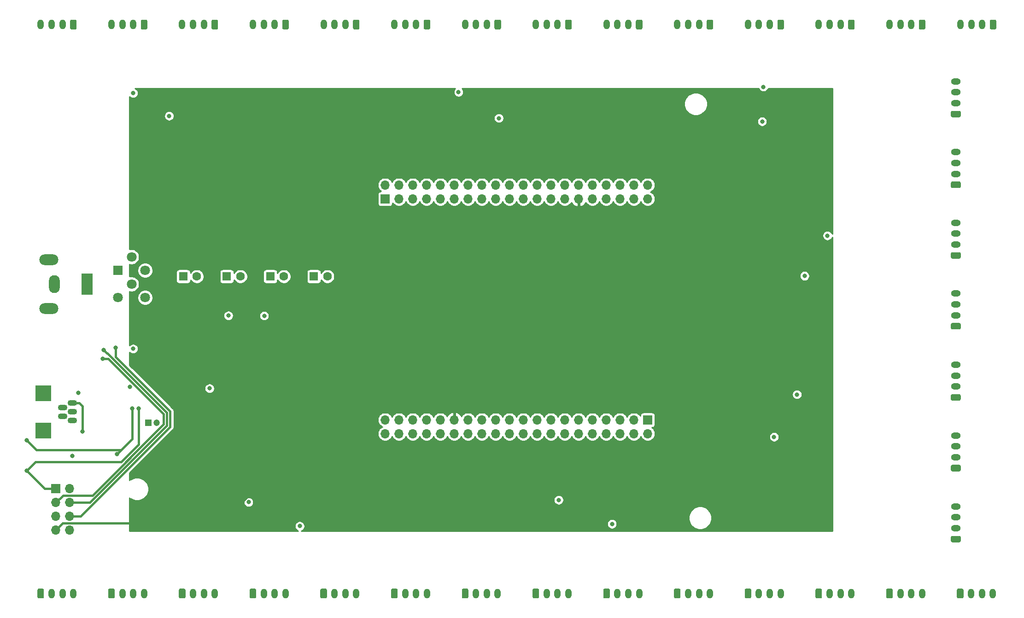
<source format=gbl>
G04 #@! TF.GenerationSoftware,KiCad,Pcbnew,(5.1.6)-1*
G04 #@! TF.CreationDate,2021-04-23T16:10:59+02:00*
G04 #@! TF.ProjectId,FK_fpga_shield,464b5f66-7067-4615-9f73-6869656c642e,rev?*
G04 #@! TF.SameCoordinates,Original*
G04 #@! TF.FileFunction,Copper,L4,Bot*
G04 #@! TF.FilePolarity,Positive*
%FSLAX46Y46*%
G04 Gerber Fmt 4.6, Leading zero omitted, Abs format (unit mm)*
G04 Created by KiCad (PCBNEW (5.1.6)-1) date 2021-04-23 16:10:59*
%MOMM*%
%LPD*%
G01*
G04 APERTURE LIST*
G04 #@! TA.AperFunction,ComponentPad*
%ADD10O,1.200000X1.800000*%
G04 #@! TD*
G04 #@! TA.AperFunction,ComponentPad*
%ADD11O,1.800000X1.200000*%
G04 #@! TD*
G04 #@! TA.AperFunction,ComponentPad*
%ADD12O,1.700000X1.700000*%
G04 #@! TD*
G04 #@! TA.AperFunction,ComponentPad*
%ADD13R,1.700000X1.700000*%
G04 #@! TD*
G04 #@! TA.AperFunction,ComponentPad*
%ADD14R,1.800000X1.800000*%
G04 #@! TD*
G04 #@! TA.AperFunction,ComponentPad*
%ADD15C,1.800000*%
G04 #@! TD*
G04 #@! TA.AperFunction,ComponentPad*
%ADD16C,1.600000*%
G04 #@! TD*
G04 #@! TA.AperFunction,ComponentPad*
%ADD17R,1.600000X1.600000*%
G04 #@! TD*
G04 #@! TA.AperFunction,ComponentPad*
%ADD18O,3.500000X2.000000*%
G04 #@! TD*
G04 #@! TA.AperFunction,ComponentPad*
%ADD19O,2.000000X3.300000*%
G04 #@! TD*
G04 #@! TA.AperFunction,ComponentPad*
%ADD20R,2.000000X4.000000*%
G04 #@! TD*
G04 #@! TA.AperFunction,ComponentPad*
%ADD21C,1.200000*%
G04 #@! TD*
G04 #@! TA.AperFunction,ComponentPad*
%ADD22R,1.200000X1.200000*%
G04 #@! TD*
G04 #@! TA.AperFunction,ComponentPad*
%ADD23R,2.895600X2.895600*%
G04 #@! TD*
G04 #@! TA.AperFunction,ComponentPad*
%ADD24O,1.750000X1.100000*%
G04 #@! TD*
G04 #@! TA.AperFunction,ViaPad*
%ADD25C,0.800000*%
G04 #@! TD*
G04 #@! TA.AperFunction,Conductor*
%ADD26C,0.400000*%
G04 #@! TD*
G04 #@! TA.AperFunction,Conductor*
%ADD27C,0.254000*%
G04 #@! TD*
G04 APERTURE END LIST*
D10*
X84800000Y-153400000D03*
X82800000Y-153400000D03*
X80800000Y-153400000D03*
G04 #@! TA.AperFunction,ComponentPad*
G36*
G01*
X78200000Y-154050001D02*
X78200000Y-152749999D01*
G75*
G02*
X78449999Y-152500000I249999J0D01*
G01*
X79150001Y-152500000D01*
G75*
G02*
X79400000Y-152749999I0J-249999D01*
G01*
X79400000Y-154050001D01*
G75*
G02*
X79150001Y-154300000I-249999J0D01*
G01*
X78449999Y-154300000D01*
G75*
G02*
X78200000Y-154050001I0J249999D01*
G01*
G37*
G04 #@! TD.AperFunction*
X97800000Y-153400000D03*
X95800000Y-153400000D03*
X93800000Y-153400000D03*
G04 #@! TA.AperFunction,ComponentPad*
G36*
G01*
X91200000Y-154050001D02*
X91200000Y-152749999D01*
G75*
G02*
X91449999Y-152500000I249999J0D01*
G01*
X92150001Y-152500000D01*
G75*
G02*
X92400000Y-152749999I0J-249999D01*
G01*
X92400000Y-154050001D01*
G75*
G02*
X92150001Y-154300000I-249999J0D01*
G01*
X91449999Y-154300000D01*
G75*
G02*
X91200000Y-154050001I0J249999D01*
G01*
G37*
G04 #@! TD.AperFunction*
X110800000Y-153400000D03*
X108800000Y-153400000D03*
X106800000Y-153400000D03*
G04 #@! TA.AperFunction,ComponentPad*
G36*
G01*
X104200000Y-154050001D02*
X104200000Y-152749999D01*
G75*
G02*
X104449999Y-152500000I249999J0D01*
G01*
X105150001Y-152500000D01*
G75*
G02*
X105400000Y-152749999I0J-249999D01*
G01*
X105400000Y-154050001D01*
G75*
G02*
X105150001Y-154300000I-249999J0D01*
G01*
X104449999Y-154300000D01*
G75*
G02*
X104200000Y-154050001I0J249999D01*
G01*
G37*
G04 #@! TD.AperFunction*
X123800000Y-153400000D03*
X121800000Y-153400000D03*
X119800000Y-153400000D03*
G04 #@! TA.AperFunction,ComponentPad*
G36*
G01*
X117200000Y-154050001D02*
X117200000Y-152749999D01*
G75*
G02*
X117449999Y-152500000I249999J0D01*
G01*
X118150001Y-152500000D01*
G75*
G02*
X118400000Y-152749999I0J-249999D01*
G01*
X118400000Y-154050001D01*
G75*
G02*
X118150001Y-154300000I-249999J0D01*
G01*
X117449999Y-154300000D01*
G75*
G02*
X117200000Y-154050001I0J249999D01*
G01*
G37*
G04 #@! TD.AperFunction*
X136800000Y-153400000D03*
X134800000Y-153400000D03*
X132800000Y-153400000D03*
G04 #@! TA.AperFunction,ComponentPad*
G36*
G01*
X130200000Y-154050001D02*
X130200000Y-152749999D01*
G75*
G02*
X130449999Y-152500000I249999J0D01*
G01*
X131150001Y-152500000D01*
G75*
G02*
X131400000Y-152749999I0J-249999D01*
G01*
X131400000Y-154050001D01*
G75*
G02*
X131150001Y-154300000I-249999J0D01*
G01*
X130449999Y-154300000D01*
G75*
G02*
X130200000Y-154050001I0J249999D01*
G01*
G37*
G04 #@! TD.AperFunction*
X149800000Y-153400000D03*
X147800000Y-153400000D03*
X145800000Y-153400000D03*
G04 #@! TA.AperFunction,ComponentPad*
G36*
G01*
X143200000Y-154050001D02*
X143200000Y-152749999D01*
G75*
G02*
X143449999Y-152500000I249999J0D01*
G01*
X144150001Y-152500000D01*
G75*
G02*
X144400000Y-152749999I0J-249999D01*
G01*
X144400000Y-154050001D01*
G75*
G02*
X144150001Y-154300000I-249999J0D01*
G01*
X143449999Y-154300000D01*
G75*
G02*
X143200000Y-154050001I0J249999D01*
G01*
G37*
G04 #@! TD.AperFunction*
X162800000Y-153400000D03*
X160800000Y-153400000D03*
X158800000Y-153400000D03*
G04 #@! TA.AperFunction,ComponentPad*
G36*
G01*
X156200000Y-154050001D02*
X156200000Y-152749999D01*
G75*
G02*
X156449999Y-152500000I249999J0D01*
G01*
X157150001Y-152500000D01*
G75*
G02*
X157400000Y-152749999I0J-249999D01*
G01*
X157400000Y-154050001D01*
G75*
G02*
X157150001Y-154300000I-249999J0D01*
G01*
X156449999Y-154300000D01*
G75*
G02*
X156200000Y-154050001I0J249999D01*
G01*
G37*
G04 #@! TD.AperFunction*
X175800000Y-153400000D03*
X173800000Y-153400000D03*
X171800000Y-153400000D03*
G04 #@! TA.AperFunction,ComponentPad*
G36*
G01*
X169200000Y-154050001D02*
X169200000Y-152749999D01*
G75*
G02*
X169449999Y-152500000I249999J0D01*
G01*
X170150001Y-152500000D01*
G75*
G02*
X170400000Y-152749999I0J-249999D01*
G01*
X170400000Y-154050001D01*
G75*
G02*
X170150001Y-154300000I-249999J0D01*
G01*
X169449999Y-154300000D01*
G75*
G02*
X169200000Y-154050001I0J249999D01*
G01*
G37*
G04 #@! TD.AperFunction*
X188800000Y-153400000D03*
X186800000Y-153400000D03*
X184800000Y-153400000D03*
G04 #@! TA.AperFunction,ComponentPad*
G36*
G01*
X182200000Y-154050001D02*
X182200000Y-152749999D01*
G75*
G02*
X182449999Y-152500000I249999J0D01*
G01*
X183150001Y-152500000D01*
G75*
G02*
X183400000Y-152749999I0J-249999D01*
G01*
X183400000Y-154050001D01*
G75*
G02*
X183150001Y-154300000I-249999J0D01*
G01*
X182449999Y-154300000D01*
G75*
G02*
X182200000Y-154050001I0J249999D01*
G01*
G37*
G04 #@! TD.AperFunction*
X201800000Y-153400000D03*
X199800000Y-153400000D03*
X197800000Y-153400000D03*
G04 #@! TA.AperFunction,ComponentPad*
G36*
G01*
X195200000Y-154050001D02*
X195200000Y-152749999D01*
G75*
G02*
X195449999Y-152500000I249999J0D01*
G01*
X196150001Y-152500000D01*
G75*
G02*
X196400000Y-152749999I0J-249999D01*
G01*
X196400000Y-154050001D01*
G75*
G02*
X196150001Y-154300000I-249999J0D01*
G01*
X195449999Y-154300000D01*
G75*
G02*
X195200000Y-154050001I0J249999D01*
G01*
G37*
G04 #@! TD.AperFunction*
X214800000Y-153400000D03*
X212800000Y-153400000D03*
X210800000Y-153400000D03*
G04 #@! TA.AperFunction,ComponentPad*
G36*
G01*
X208200000Y-154050001D02*
X208200000Y-152749999D01*
G75*
G02*
X208449999Y-152500000I249999J0D01*
G01*
X209150001Y-152500000D01*
G75*
G02*
X209400000Y-152749999I0J-249999D01*
G01*
X209400000Y-154050001D01*
G75*
G02*
X209150001Y-154300000I-249999J0D01*
G01*
X208449999Y-154300000D01*
G75*
G02*
X208200000Y-154050001I0J249999D01*
G01*
G37*
G04 #@! TD.AperFunction*
X227800000Y-153400000D03*
X225800000Y-153400000D03*
X223800000Y-153400000D03*
G04 #@! TA.AperFunction,ComponentPad*
G36*
G01*
X221200000Y-154050001D02*
X221200000Y-152749999D01*
G75*
G02*
X221449999Y-152500000I249999J0D01*
G01*
X222150001Y-152500000D01*
G75*
G02*
X222400000Y-152749999I0J-249999D01*
G01*
X222400000Y-154050001D01*
G75*
G02*
X222150001Y-154300000I-249999J0D01*
G01*
X221449999Y-154300000D01*
G75*
G02*
X221200000Y-154050001I0J249999D01*
G01*
G37*
G04 #@! TD.AperFunction*
X240800000Y-153400000D03*
X238800000Y-153400000D03*
X236800000Y-153400000D03*
G04 #@! TA.AperFunction,ComponentPad*
G36*
G01*
X234200000Y-154050001D02*
X234200000Y-152749999D01*
G75*
G02*
X234449999Y-152500000I249999J0D01*
G01*
X235150001Y-152500000D01*
G75*
G02*
X235400000Y-152749999I0J-249999D01*
G01*
X235400000Y-154050001D01*
G75*
G02*
X235150001Y-154300000I-249999J0D01*
G01*
X234449999Y-154300000D01*
G75*
G02*
X234200000Y-154050001I0J249999D01*
G01*
G37*
G04 #@! TD.AperFunction*
X253800000Y-153400000D03*
X251800000Y-153400000D03*
X249800000Y-153400000D03*
G04 #@! TA.AperFunction,ComponentPad*
G36*
G01*
X247200000Y-154050001D02*
X247200000Y-152749999D01*
G75*
G02*
X247449999Y-152500000I249999J0D01*
G01*
X248150001Y-152500000D01*
G75*
G02*
X248400000Y-152749999I0J-249999D01*
G01*
X248400000Y-154050001D01*
G75*
G02*
X248150001Y-154300000I-249999J0D01*
G01*
X247449999Y-154300000D01*
G75*
G02*
X247200000Y-154050001I0J249999D01*
G01*
G37*
G04 #@! TD.AperFunction*
D11*
X247000000Y-137400000D03*
X247000000Y-139400000D03*
X247000000Y-141400000D03*
G04 #@! TA.AperFunction,ComponentPad*
G36*
G01*
X247650001Y-144000000D02*
X246349999Y-144000000D01*
G75*
G02*
X246100000Y-143750001I0J249999D01*
G01*
X246100000Y-143049999D01*
G75*
G02*
X246349999Y-142800000I249999J0D01*
G01*
X247650001Y-142800000D01*
G75*
G02*
X247900000Y-143049999I0J-249999D01*
G01*
X247900000Y-143750001D01*
G75*
G02*
X247650001Y-144000000I-249999J0D01*
G01*
G37*
G04 #@! TD.AperFunction*
X247000000Y-124350000D03*
X247000000Y-126350000D03*
X247000000Y-128350000D03*
G04 #@! TA.AperFunction,ComponentPad*
G36*
G01*
X247650001Y-130950000D02*
X246349999Y-130950000D01*
G75*
G02*
X246100000Y-130700001I0J249999D01*
G01*
X246100000Y-129999999D01*
G75*
G02*
X246349999Y-129750000I249999J0D01*
G01*
X247650001Y-129750000D01*
G75*
G02*
X247900000Y-129999999I0J-249999D01*
G01*
X247900000Y-130700001D01*
G75*
G02*
X247650001Y-130950000I-249999J0D01*
G01*
G37*
G04 #@! TD.AperFunction*
X247000000Y-111350000D03*
X247000000Y-113350000D03*
X247000000Y-115350000D03*
G04 #@! TA.AperFunction,ComponentPad*
G36*
G01*
X247650001Y-117950000D02*
X246349999Y-117950000D01*
G75*
G02*
X246100000Y-117700001I0J249999D01*
G01*
X246100000Y-116999999D01*
G75*
G02*
X246349999Y-116750000I249999J0D01*
G01*
X247650001Y-116750000D01*
G75*
G02*
X247900000Y-116999999I0J-249999D01*
G01*
X247900000Y-117700001D01*
G75*
G02*
X247650001Y-117950000I-249999J0D01*
G01*
G37*
G04 #@! TD.AperFunction*
X247000000Y-98250000D03*
X247000000Y-100250000D03*
X247000000Y-102250000D03*
G04 #@! TA.AperFunction,ComponentPad*
G36*
G01*
X247650001Y-104850000D02*
X246349999Y-104850000D01*
G75*
G02*
X246100000Y-104600001I0J249999D01*
G01*
X246100000Y-103899999D01*
G75*
G02*
X246349999Y-103650000I249999J0D01*
G01*
X247650001Y-103650000D01*
G75*
G02*
X247900000Y-103899999I0J-249999D01*
G01*
X247900000Y-104600001D01*
G75*
G02*
X247650001Y-104850000I-249999J0D01*
G01*
G37*
G04 #@! TD.AperFunction*
X247000000Y-85250000D03*
X247000000Y-87250000D03*
X247000000Y-89250000D03*
G04 #@! TA.AperFunction,ComponentPad*
G36*
G01*
X247650001Y-91850000D02*
X246349999Y-91850000D01*
G75*
G02*
X246100000Y-91600001I0J249999D01*
G01*
X246100000Y-90899999D01*
G75*
G02*
X246349999Y-90650000I249999J0D01*
G01*
X247650001Y-90650000D01*
G75*
G02*
X247900000Y-90899999I0J-249999D01*
G01*
X247900000Y-91600001D01*
G75*
G02*
X247650001Y-91850000I-249999J0D01*
G01*
G37*
G04 #@! TD.AperFunction*
X247000000Y-72250000D03*
X247000000Y-74250000D03*
X247000000Y-76250000D03*
G04 #@! TA.AperFunction,ComponentPad*
G36*
G01*
X247650001Y-78850000D02*
X246349999Y-78850000D01*
G75*
G02*
X246100000Y-78600001I0J249999D01*
G01*
X246100000Y-77899999D01*
G75*
G02*
X246349999Y-77650000I249999J0D01*
G01*
X247650001Y-77650000D01*
G75*
G02*
X247900000Y-77899999I0J-249999D01*
G01*
X247900000Y-78600001D01*
G75*
G02*
X247650001Y-78850000I-249999J0D01*
G01*
G37*
G04 #@! TD.AperFunction*
X247000000Y-59250000D03*
X247000000Y-61250000D03*
X247000000Y-63250000D03*
G04 #@! TA.AperFunction,ComponentPad*
G36*
G01*
X247650001Y-65850000D02*
X246349999Y-65850000D01*
G75*
G02*
X246100000Y-65600001I0J249999D01*
G01*
X246100000Y-64899999D01*
G75*
G02*
X246349999Y-64650000I249999J0D01*
G01*
X247650001Y-64650000D01*
G75*
G02*
X247900000Y-64899999I0J-249999D01*
G01*
X247900000Y-65600001D01*
G75*
G02*
X247650001Y-65850000I-249999J0D01*
G01*
G37*
G04 #@! TD.AperFunction*
D10*
X247850000Y-48800000D03*
X249850000Y-48800000D03*
X251850000Y-48800000D03*
G04 #@! TA.AperFunction,ComponentPad*
G36*
G01*
X254450000Y-48149999D02*
X254450000Y-49450001D01*
G75*
G02*
X254200001Y-49700000I-249999J0D01*
G01*
X253499999Y-49700000D01*
G75*
G02*
X253250000Y-49450001I0J249999D01*
G01*
X253250000Y-48149999D01*
G75*
G02*
X253499999Y-47900000I249999J0D01*
G01*
X254200001Y-47900000D01*
G75*
G02*
X254450000Y-48149999I0J-249999D01*
G01*
G37*
G04 #@! TD.AperFunction*
X234800000Y-48800000D03*
X236800000Y-48800000D03*
X238800000Y-48800000D03*
G04 #@! TA.AperFunction,ComponentPad*
G36*
G01*
X241400000Y-48149999D02*
X241400000Y-49450001D01*
G75*
G02*
X241150001Y-49700000I-249999J0D01*
G01*
X240449999Y-49700000D01*
G75*
G02*
X240200000Y-49450001I0J249999D01*
G01*
X240200000Y-48149999D01*
G75*
G02*
X240449999Y-47900000I249999J0D01*
G01*
X241150001Y-47900000D01*
G75*
G02*
X241400000Y-48149999I0J-249999D01*
G01*
G37*
G04 #@! TD.AperFunction*
X221800000Y-48800000D03*
X223800000Y-48800000D03*
X225800000Y-48800000D03*
G04 #@! TA.AperFunction,ComponentPad*
G36*
G01*
X228400000Y-48149999D02*
X228400000Y-49450001D01*
G75*
G02*
X228150001Y-49700000I-249999J0D01*
G01*
X227449999Y-49700000D01*
G75*
G02*
X227200000Y-49450001I0J249999D01*
G01*
X227200000Y-48149999D01*
G75*
G02*
X227449999Y-47900000I249999J0D01*
G01*
X228150001Y-47900000D01*
G75*
G02*
X228400000Y-48149999I0J-249999D01*
G01*
G37*
G04 #@! TD.AperFunction*
X208800000Y-48800000D03*
X210800000Y-48800000D03*
X212800000Y-48800000D03*
G04 #@! TA.AperFunction,ComponentPad*
G36*
G01*
X215400000Y-48149999D02*
X215400000Y-49450001D01*
G75*
G02*
X215150001Y-49700000I-249999J0D01*
G01*
X214449999Y-49700000D01*
G75*
G02*
X214200000Y-49450001I0J249999D01*
G01*
X214200000Y-48149999D01*
G75*
G02*
X214449999Y-47900000I249999J0D01*
G01*
X215150001Y-47900000D01*
G75*
G02*
X215400000Y-48149999I0J-249999D01*
G01*
G37*
G04 #@! TD.AperFunction*
X195800000Y-48800000D03*
X197800000Y-48800000D03*
X199800000Y-48800000D03*
G04 #@! TA.AperFunction,ComponentPad*
G36*
G01*
X202400000Y-48149999D02*
X202400000Y-49450001D01*
G75*
G02*
X202150001Y-49700000I-249999J0D01*
G01*
X201449999Y-49700000D01*
G75*
G02*
X201200000Y-49450001I0J249999D01*
G01*
X201200000Y-48149999D01*
G75*
G02*
X201449999Y-47900000I249999J0D01*
G01*
X202150001Y-47900000D01*
G75*
G02*
X202400000Y-48149999I0J-249999D01*
G01*
G37*
G04 #@! TD.AperFunction*
X182800000Y-48800000D03*
X184800000Y-48800000D03*
X186800000Y-48800000D03*
G04 #@! TA.AperFunction,ComponentPad*
G36*
G01*
X189400000Y-48149999D02*
X189400000Y-49450001D01*
G75*
G02*
X189150001Y-49700000I-249999J0D01*
G01*
X188449999Y-49700000D01*
G75*
G02*
X188200000Y-49450001I0J249999D01*
G01*
X188200000Y-48149999D01*
G75*
G02*
X188449999Y-47900000I249999J0D01*
G01*
X189150001Y-47900000D01*
G75*
G02*
X189400000Y-48149999I0J-249999D01*
G01*
G37*
G04 #@! TD.AperFunction*
X169800000Y-48800000D03*
X171800000Y-48800000D03*
X173800000Y-48800000D03*
G04 #@! TA.AperFunction,ComponentPad*
G36*
G01*
X176400000Y-48149999D02*
X176400000Y-49450001D01*
G75*
G02*
X176150001Y-49700000I-249999J0D01*
G01*
X175449999Y-49700000D01*
G75*
G02*
X175200000Y-49450001I0J249999D01*
G01*
X175200000Y-48149999D01*
G75*
G02*
X175449999Y-47900000I249999J0D01*
G01*
X176150001Y-47900000D01*
G75*
G02*
X176400000Y-48149999I0J-249999D01*
G01*
G37*
G04 #@! TD.AperFunction*
X156800000Y-48800000D03*
X158800000Y-48800000D03*
X160800000Y-48800000D03*
G04 #@! TA.AperFunction,ComponentPad*
G36*
G01*
X163400000Y-48149999D02*
X163400000Y-49450001D01*
G75*
G02*
X163150001Y-49700000I-249999J0D01*
G01*
X162449999Y-49700000D01*
G75*
G02*
X162200000Y-49450001I0J249999D01*
G01*
X162200000Y-48149999D01*
G75*
G02*
X162449999Y-47900000I249999J0D01*
G01*
X163150001Y-47900000D01*
G75*
G02*
X163400000Y-48149999I0J-249999D01*
G01*
G37*
G04 #@! TD.AperFunction*
X143800000Y-48800000D03*
X145800000Y-48800000D03*
X147800000Y-48800000D03*
G04 #@! TA.AperFunction,ComponentPad*
G36*
G01*
X150400000Y-48149999D02*
X150400000Y-49450001D01*
G75*
G02*
X150150001Y-49700000I-249999J0D01*
G01*
X149449999Y-49700000D01*
G75*
G02*
X149200000Y-49450001I0J249999D01*
G01*
X149200000Y-48149999D01*
G75*
G02*
X149449999Y-47900000I249999J0D01*
G01*
X150150001Y-47900000D01*
G75*
G02*
X150400000Y-48149999I0J-249999D01*
G01*
G37*
G04 #@! TD.AperFunction*
X130800000Y-48800000D03*
X132800000Y-48800000D03*
X134800000Y-48800000D03*
G04 #@! TA.AperFunction,ComponentPad*
G36*
G01*
X137400000Y-48149999D02*
X137400000Y-49450001D01*
G75*
G02*
X137150001Y-49700000I-249999J0D01*
G01*
X136449999Y-49700000D01*
G75*
G02*
X136200000Y-49450001I0J249999D01*
G01*
X136200000Y-48149999D01*
G75*
G02*
X136449999Y-47900000I249999J0D01*
G01*
X137150001Y-47900000D01*
G75*
G02*
X137400000Y-48149999I0J-249999D01*
G01*
G37*
G04 #@! TD.AperFunction*
X117800000Y-48800000D03*
X119800000Y-48800000D03*
X121800000Y-48800000D03*
G04 #@! TA.AperFunction,ComponentPad*
G36*
G01*
X124400000Y-48149999D02*
X124400000Y-49450001D01*
G75*
G02*
X124150001Y-49700000I-249999J0D01*
G01*
X123449999Y-49700000D01*
G75*
G02*
X123200000Y-49450001I0J249999D01*
G01*
X123200000Y-48149999D01*
G75*
G02*
X123449999Y-47900000I249999J0D01*
G01*
X124150001Y-47900000D01*
G75*
G02*
X124400000Y-48149999I0J-249999D01*
G01*
G37*
G04 #@! TD.AperFunction*
X104800000Y-48800000D03*
X106800000Y-48800000D03*
X108800000Y-48800000D03*
G04 #@! TA.AperFunction,ComponentPad*
G36*
G01*
X111400000Y-48149999D02*
X111400000Y-49450001D01*
G75*
G02*
X111150001Y-49700000I-249999J0D01*
G01*
X110449999Y-49700000D01*
G75*
G02*
X110200000Y-49450001I0J249999D01*
G01*
X110200000Y-48149999D01*
G75*
G02*
X110449999Y-47900000I249999J0D01*
G01*
X111150001Y-47900000D01*
G75*
G02*
X111400000Y-48149999I0J-249999D01*
G01*
G37*
G04 #@! TD.AperFunction*
X91800000Y-48800000D03*
X93800000Y-48800000D03*
X95800000Y-48800000D03*
G04 #@! TA.AperFunction,ComponentPad*
G36*
G01*
X98400000Y-48149999D02*
X98400000Y-49450001D01*
G75*
G02*
X98150001Y-49700000I-249999J0D01*
G01*
X97449999Y-49700000D01*
G75*
G02*
X97200000Y-49450001I0J249999D01*
G01*
X97200000Y-48149999D01*
G75*
G02*
X97449999Y-47900000I249999J0D01*
G01*
X98150001Y-47900000D01*
G75*
G02*
X98400000Y-48149999I0J-249999D01*
G01*
G37*
G04 #@! TD.AperFunction*
X78800000Y-48800000D03*
X80800000Y-48800000D03*
X82800000Y-48800000D03*
G04 #@! TA.AperFunction,ComponentPad*
G36*
G01*
X85400000Y-48149999D02*
X85400000Y-49450001D01*
G75*
G02*
X85150001Y-49700000I-249999J0D01*
G01*
X84449999Y-49700000D01*
G75*
G02*
X84200000Y-49450001I0J249999D01*
G01*
X84200000Y-48149999D01*
G75*
G02*
X84449999Y-47900000I249999J0D01*
G01*
X85150001Y-47900000D01*
G75*
G02*
X85400000Y-48149999I0J-249999D01*
G01*
G37*
G04 #@! TD.AperFunction*
D12*
X84140000Y-141720000D03*
X81600000Y-141720000D03*
X84140000Y-139180000D03*
X81600000Y-139180000D03*
X84140000Y-136640000D03*
X81600000Y-136640000D03*
X84140000Y-134100000D03*
D13*
X81600000Y-134100000D03*
D14*
X93000000Y-94000000D03*
D15*
X98000000Y-94000000D03*
X93000000Y-99000000D03*
X98000000Y-99000000D03*
X95500000Y-96500000D03*
X95500000Y-91500000D03*
D16*
X131500000Y-95100000D03*
D17*
X129000000Y-95100000D03*
D16*
X123500000Y-95100000D03*
D17*
X121000000Y-95100000D03*
D16*
X115500000Y-95100000D03*
D17*
X113000000Y-95100000D03*
D16*
X107500000Y-95100000D03*
D17*
X105000000Y-95100000D03*
D18*
X80300000Y-101000000D03*
X80300000Y-92000000D03*
D19*
X81300000Y-96500000D03*
D20*
X87300000Y-96500000D03*
D21*
X100100000Y-122000000D03*
D22*
X98600000Y-122000000D03*
D12*
X142100208Y-124020472D03*
X142100208Y-121480472D03*
X144640208Y-124020472D03*
X144640208Y-121480472D03*
X147180208Y-124020472D03*
X147180208Y-121480472D03*
X149720208Y-124020472D03*
X149720208Y-121480472D03*
X152260208Y-124020472D03*
X152260208Y-121480472D03*
X154800208Y-124020472D03*
X154800208Y-121480472D03*
X157340208Y-124020472D03*
X157340208Y-121480472D03*
X159880208Y-124020472D03*
X159880208Y-121480472D03*
X162420208Y-124020472D03*
X162420208Y-121480472D03*
X164960208Y-124020472D03*
X164960208Y-121480472D03*
X167500208Y-124020472D03*
X167500208Y-121480472D03*
X170040208Y-124020472D03*
X170040208Y-121480472D03*
X172580208Y-124020472D03*
X172580208Y-121480472D03*
X175120208Y-124020472D03*
X175120208Y-121480472D03*
X177660208Y-124020472D03*
X177660208Y-121480472D03*
X180200208Y-124020472D03*
X180200208Y-121480472D03*
X182740208Y-124020472D03*
X182740208Y-121480472D03*
X185280208Y-124020472D03*
X185280208Y-121480472D03*
X187820208Y-124020472D03*
X187820208Y-121480472D03*
X190360208Y-124020472D03*
D13*
X190360208Y-121480472D03*
D12*
X190360000Y-78300000D03*
X190360000Y-80840000D03*
X187820000Y-78300000D03*
X187820000Y-80840000D03*
X185280000Y-78300000D03*
X185280000Y-80840000D03*
X182740000Y-78300000D03*
X182740000Y-80840000D03*
X180200000Y-78300000D03*
X180200000Y-80840000D03*
X177660000Y-78300000D03*
X177660000Y-80840000D03*
X175120000Y-78300000D03*
X175120000Y-80840000D03*
X172580000Y-78300000D03*
X172580000Y-80840000D03*
X170040000Y-78300000D03*
X170040000Y-80840000D03*
X167500000Y-78300000D03*
X167500000Y-80840000D03*
X164960000Y-78300000D03*
X164960000Y-80840000D03*
X162420000Y-78300000D03*
X162420000Y-80840000D03*
X159880000Y-78300000D03*
X159880000Y-80840000D03*
X157340000Y-78300000D03*
X157340000Y-80840000D03*
X154800000Y-78300000D03*
X154800000Y-80840000D03*
X152260000Y-78300000D03*
X152260000Y-80840000D03*
X149720000Y-78300000D03*
X149720000Y-80840000D03*
X147180000Y-78300000D03*
X147180000Y-80840000D03*
X144640000Y-78300000D03*
X144640000Y-80840000D03*
X142100000Y-78300000D03*
D13*
X142100000Y-80840000D03*
D23*
X79250000Y-116550000D03*
X79250000Y-123450000D03*
D24*
X82800000Y-119200000D03*
X82800000Y-120800000D03*
X84600000Y-118400000D03*
X84600000Y-121600000D03*
X84600000Y-120000000D03*
D25*
X85700000Y-116500000D03*
X102400000Y-65600000D03*
X163000000Y-66000000D03*
X211400000Y-66600000D03*
X219200000Y-95000000D03*
X213600000Y-124600000D03*
X174000000Y-136200000D03*
X117000000Y-136600000D03*
X109831853Y-115686142D03*
X95800000Y-108400000D03*
X95200000Y-115400000D03*
X113300000Y-102300000D03*
X119875000Y-102325000D03*
X103600000Y-69000000D03*
X216000000Y-96200000D03*
X210000000Y-125600000D03*
X172400000Y-132000000D03*
X117600000Y-135600000D03*
X163200000Y-68000000D03*
X210400000Y-67800000D03*
X86500000Y-123600000D03*
X95800000Y-61400000D03*
X155600000Y-61200000D03*
X211650253Y-60244365D03*
X223400000Y-87600000D03*
X183800000Y-140600000D03*
X126400000Y-141000000D03*
X217800000Y-116800000D03*
X84618012Y-128077769D03*
X90400000Y-108600000D03*
X90200000Y-110200000D03*
X95600000Y-119400000D03*
X76200000Y-125200000D03*
X92800000Y-127800000D03*
X96800000Y-119400000D03*
X76200000Y-130800000D03*
X92600000Y-108200000D03*
D26*
X111945999Y-140469999D02*
X116815998Y-135600000D01*
X81600000Y-141720000D02*
X82850001Y-140469999D01*
X116815998Y-135600000D02*
X117600000Y-135600000D01*
X82850001Y-140469999D02*
X111945999Y-140469999D01*
X86500000Y-119000000D02*
X86500000Y-123600000D01*
X84300000Y-118400000D02*
X85900000Y-118400000D01*
X85900000Y-118400000D02*
X86500000Y-119000000D01*
X84140000Y-136640000D02*
X84140000Y-136560000D01*
X90400000Y-108600000D02*
X91000000Y-109200000D01*
X91000000Y-109200000D02*
X91032544Y-109200000D01*
X102000009Y-122497075D02*
X87857084Y-136640000D01*
X91032544Y-109200000D02*
X102000010Y-120167466D01*
X102000010Y-120167466D02*
X102000009Y-122497075D01*
X87857084Y-136640000D02*
X84140000Y-136640000D01*
X82889999Y-135350001D02*
X81600000Y-136640000D01*
X91184002Y-110200000D02*
X101400000Y-120415998D01*
X90200000Y-110200000D02*
X91184002Y-110200000D01*
X101400000Y-122248542D02*
X88298541Y-135350001D01*
X101400000Y-120415998D02*
X101400000Y-122248542D01*
X88298541Y-135350001D02*
X82889999Y-135350001D01*
X95600000Y-125000000D02*
X93600000Y-127000000D01*
X95600000Y-119400000D02*
X95600000Y-125000000D01*
X78000000Y-127000000D02*
X93600000Y-127000000D01*
X76200000Y-125200000D02*
X78000000Y-127000000D01*
X93600000Y-127000000D02*
X92800000Y-127800000D01*
X96800000Y-119400000D02*
X96800000Y-124000000D01*
X96800000Y-126000000D02*
X96800000Y-124000000D01*
X93600000Y-129200000D02*
X96800000Y-126000000D01*
X77800000Y-129200000D02*
X93600000Y-129200000D01*
X76200000Y-130800000D02*
X77800000Y-129200000D01*
X79500000Y-134100000D02*
X76200000Y-130800000D01*
X81600000Y-134100000D02*
X79500000Y-134100000D01*
X92600000Y-109918914D02*
X102600019Y-119918933D01*
X92600000Y-108200000D02*
X92600000Y-109918914D01*
X102600018Y-122745608D02*
X86165626Y-139180000D01*
X102600019Y-119918933D02*
X102600018Y-122745608D01*
X86165626Y-139180000D02*
X84140000Y-139180000D01*
D27*
G36*
X154879952Y-60609072D02*
G01*
X154778504Y-60760901D01*
X154708624Y-60929604D01*
X154673000Y-61108699D01*
X154673000Y-61291301D01*
X154708624Y-61470396D01*
X154778504Y-61639099D01*
X154879952Y-61790928D01*
X155009072Y-61920048D01*
X155160901Y-62021496D01*
X155329604Y-62091376D01*
X155508699Y-62127000D01*
X155691301Y-62127000D01*
X155870396Y-62091376D01*
X156039099Y-62021496D01*
X156190928Y-61920048D01*
X156320048Y-61790928D01*
X156421496Y-61639099D01*
X156491376Y-61470396D01*
X156527000Y-61291301D01*
X156527000Y-61108699D01*
X156491376Y-60929604D01*
X156421496Y-60760901D01*
X156320048Y-60609072D01*
X156237976Y-60527000D01*
X210763947Y-60527000D01*
X210828757Y-60683464D01*
X210930205Y-60835293D01*
X211059325Y-60964413D01*
X211211154Y-61065861D01*
X211379857Y-61135741D01*
X211558952Y-61171365D01*
X211741554Y-61171365D01*
X211920649Y-61135741D01*
X212089352Y-61065861D01*
X212241181Y-60964413D01*
X212370301Y-60835293D01*
X212471749Y-60683464D01*
X212536559Y-60527000D01*
X224273000Y-60527000D01*
X224273000Y-87285241D01*
X224221496Y-87160901D01*
X224120048Y-87009072D01*
X223990928Y-86879952D01*
X223839099Y-86778504D01*
X223670396Y-86708624D01*
X223491301Y-86673000D01*
X223308699Y-86673000D01*
X223129604Y-86708624D01*
X222960901Y-86778504D01*
X222809072Y-86879952D01*
X222679952Y-87009072D01*
X222578504Y-87160901D01*
X222508624Y-87329604D01*
X222473000Y-87508699D01*
X222473000Y-87691301D01*
X222508624Y-87870396D01*
X222578504Y-88039099D01*
X222679952Y-88190928D01*
X222809072Y-88320048D01*
X222960901Y-88421496D01*
X223129604Y-88491376D01*
X223308699Y-88527000D01*
X223491301Y-88527000D01*
X223670396Y-88491376D01*
X223839099Y-88421496D01*
X223990928Y-88320048D01*
X224120048Y-88190928D01*
X224221496Y-88039099D01*
X224273000Y-87914759D01*
X224273000Y-141873000D01*
X126714759Y-141873000D01*
X126839099Y-141821496D01*
X126990928Y-141720048D01*
X127120048Y-141590928D01*
X127221496Y-141439099D01*
X127291376Y-141270396D01*
X127327000Y-141091301D01*
X127327000Y-140908699D01*
X127291376Y-140729604D01*
X127221496Y-140560901D01*
X127186617Y-140508699D01*
X182873000Y-140508699D01*
X182873000Y-140691301D01*
X182908624Y-140870396D01*
X182978504Y-141039099D01*
X183079952Y-141190928D01*
X183209072Y-141320048D01*
X183360901Y-141421496D01*
X183529604Y-141491376D01*
X183708699Y-141527000D01*
X183891301Y-141527000D01*
X184070396Y-141491376D01*
X184239099Y-141421496D01*
X184390928Y-141320048D01*
X184520048Y-141190928D01*
X184621496Y-141039099D01*
X184691376Y-140870396D01*
X184727000Y-140691301D01*
X184727000Y-140508699D01*
X184691376Y-140329604D01*
X184621496Y-140160901D01*
X184520048Y-140009072D01*
X184390928Y-139879952D01*
X184239099Y-139778504D01*
X184070396Y-139708624D01*
X183891301Y-139673000D01*
X183708699Y-139673000D01*
X183529604Y-139708624D01*
X183360901Y-139778504D01*
X183209072Y-139879952D01*
X183079952Y-140009072D01*
X182978504Y-140160901D01*
X182908624Y-140329604D01*
X182873000Y-140508699D01*
X127186617Y-140508699D01*
X127120048Y-140409072D01*
X126990928Y-140279952D01*
X126839099Y-140178504D01*
X126670396Y-140108624D01*
X126491301Y-140073000D01*
X126308699Y-140073000D01*
X126129604Y-140108624D01*
X125960901Y-140178504D01*
X125809072Y-140279952D01*
X125679952Y-140409072D01*
X125578504Y-140560901D01*
X125508624Y-140729604D01*
X125473000Y-140908699D01*
X125473000Y-141091301D01*
X125508624Y-141270396D01*
X125578504Y-141439099D01*
X125679952Y-141590928D01*
X125809072Y-141720048D01*
X125960901Y-141821496D01*
X126085241Y-141873000D01*
X95127000Y-141873000D01*
X95127000Y-139290509D01*
X197873000Y-139290509D01*
X197873000Y-139709491D01*
X197954739Y-140120423D01*
X198115077Y-140507512D01*
X198347851Y-140855884D01*
X198644116Y-141152149D01*
X198992488Y-141384923D01*
X199379577Y-141545261D01*
X199790509Y-141627000D01*
X200209491Y-141627000D01*
X200620423Y-141545261D01*
X201007512Y-141384923D01*
X201355884Y-141152149D01*
X201652149Y-140855884D01*
X201884923Y-140507512D01*
X202045261Y-140120423D01*
X202127000Y-139709491D01*
X202127000Y-139290509D01*
X202045261Y-138879577D01*
X201884923Y-138492488D01*
X201652149Y-138144116D01*
X201355884Y-137847851D01*
X201007512Y-137615077D01*
X200620423Y-137454739D01*
X200209491Y-137373000D01*
X199790509Y-137373000D01*
X199379577Y-137454739D01*
X198992488Y-137615077D01*
X198644116Y-137847851D01*
X198347851Y-138144116D01*
X198115077Y-138492488D01*
X197954739Y-138879577D01*
X197873000Y-139290509D01*
X95127000Y-139290509D01*
X95127000Y-136508699D01*
X116073000Y-136508699D01*
X116073000Y-136691301D01*
X116108624Y-136870396D01*
X116178504Y-137039099D01*
X116279952Y-137190928D01*
X116409072Y-137320048D01*
X116560901Y-137421496D01*
X116729604Y-137491376D01*
X116908699Y-137527000D01*
X117091301Y-137527000D01*
X117270396Y-137491376D01*
X117439099Y-137421496D01*
X117590928Y-137320048D01*
X117720048Y-137190928D01*
X117821496Y-137039099D01*
X117891376Y-136870396D01*
X117927000Y-136691301D01*
X117927000Y-136508699D01*
X117891376Y-136329604D01*
X117821496Y-136160901D01*
X117786617Y-136108699D01*
X173073000Y-136108699D01*
X173073000Y-136291301D01*
X173108624Y-136470396D01*
X173178504Y-136639099D01*
X173279952Y-136790928D01*
X173409072Y-136920048D01*
X173560901Y-137021496D01*
X173729604Y-137091376D01*
X173908699Y-137127000D01*
X174091301Y-137127000D01*
X174270396Y-137091376D01*
X174439099Y-137021496D01*
X174590928Y-136920048D01*
X174720048Y-136790928D01*
X174821496Y-136639099D01*
X174891376Y-136470396D01*
X174927000Y-136291301D01*
X174927000Y-136108699D01*
X174891376Y-135929604D01*
X174821496Y-135760901D01*
X174720048Y-135609072D01*
X174590928Y-135479952D01*
X174439099Y-135378504D01*
X174270396Y-135308624D01*
X174091301Y-135273000D01*
X173908699Y-135273000D01*
X173729604Y-135308624D01*
X173560901Y-135378504D01*
X173409072Y-135479952D01*
X173279952Y-135609072D01*
X173178504Y-135760901D01*
X173108624Y-135929604D01*
X173073000Y-136108699D01*
X117786617Y-136108699D01*
X117720048Y-136009072D01*
X117590928Y-135879952D01*
X117439099Y-135778504D01*
X117270396Y-135708624D01*
X117091301Y-135673000D01*
X116908699Y-135673000D01*
X116729604Y-135708624D01*
X116560901Y-135778504D01*
X116409072Y-135879952D01*
X116279952Y-136009072D01*
X116178504Y-136160901D01*
X116108624Y-136329604D01*
X116073000Y-136508699D01*
X95127000Y-136508699D01*
X95127000Y-135835033D01*
X95144116Y-135852149D01*
X95492488Y-136084923D01*
X95879577Y-136245261D01*
X96290509Y-136327000D01*
X96709491Y-136327000D01*
X97120423Y-136245261D01*
X97507512Y-136084923D01*
X97855884Y-135852149D01*
X98152149Y-135555884D01*
X98384923Y-135207512D01*
X98545261Y-134820423D01*
X98627000Y-134409491D01*
X98627000Y-133990509D01*
X98545261Y-133579577D01*
X98384923Y-133192488D01*
X98152149Y-132844116D01*
X97855884Y-132547851D01*
X97507512Y-132315077D01*
X97120423Y-132154739D01*
X96709491Y-132073000D01*
X96290509Y-132073000D01*
X95879577Y-132154739D01*
X95492488Y-132315077D01*
X95144116Y-132547851D01*
X95127000Y-132564967D01*
X95127000Y-131246759D01*
X103088834Y-123284925D01*
X103116571Y-123262162D01*
X103190577Y-123171985D01*
X103207420Y-123151462D01*
X103274928Y-123025165D01*
X103316498Y-122888126D01*
X103330535Y-122745609D01*
X103327017Y-122709891D01*
X103327017Y-121344849D01*
X140723208Y-121344849D01*
X140723208Y-121616095D01*
X140776125Y-121882128D01*
X140879926Y-122132726D01*
X141030622Y-122358259D01*
X141222421Y-122550058D01*
X141447954Y-122700754D01*
X141567984Y-122750472D01*
X141447954Y-122800190D01*
X141222421Y-122950886D01*
X141030622Y-123142685D01*
X140879926Y-123368218D01*
X140776125Y-123618816D01*
X140723208Y-123884849D01*
X140723208Y-124156095D01*
X140776125Y-124422128D01*
X140879926Y-124672726D01*
X141030622Y-124898259D01*
X141222421Y-125090058D01*
X141447954Y-125240754D01*
X141698552Y-125344555D01*
X141964585Y-125397472D01*
X142235831Y-125397472D01*
X142501864Y-125344555D01*
X142752462Y-125240754D01*
X142977995Y-125090058D01*
X143169794Y-124898259D01*
X143320490Y-124672726D01*
X143370208Y-124552696D01*
X143419926Y-124672726D01*
X143570622Y-124898259D01*
X143762421Y-125090058D01*
X143987954Y-125240754D01*
X144238552Y-125344555D01*
X144504585Y-125397472D01*
X144775831Y-125397472D01*
X145041864Y-125344555D01*
X145292462Y-125240754D01*
X145517995Y-125090058D01*
X145709794Y-124898259D01*
X145860490Y-124672726D01*
X145910208Y-124552696D01*
X145959926Y-124672726D01*
X146110622Y-124898259D01*
X146302421Y-125090058D01*
X146527954Y-125240754D01*
X146778552Y-125344555D01*
X147044585Y-125397472D01*
X147315831Y-125397472D01*
X147581864Y-125344555D01*
X147832462Y-125240754D01*
X148057995Y-125090058D01*
X148249794Y-124898259D01*
X148400490Y-124672726D01*
X148450208Y-124552696D01*
X148499926Y-124672726D01*
X148650622Y-124898259D01*
X148842421Y-125090058D01*
X149067954Y-125240754D01*
X149318552Y-125344555D01*
X149584585Y-125397472D01*
X149855831Y-125397472D01*
X150121864Y-125344555D01*
X150372462Y-125240754D01*
X150597995Y-125090058D01*
X150789794Y-124898259D01*
X150940490Y-124672726D01*
X150990208Y-124552696D01*
X151039926Y-124672726D01*
X151190622Y-124898259D01*
X151382421Y-125090058D01*
X151607954Y-125240754D01*
X151858552Y-125344555D01*
X152124585Y-125397472D01*
X152395831Y-125397472D01*
X152661864Y-125344555D01*
X152912462Y-125240754D01*
X153137995Y-125090058D01*
X153329794Y-124898259D01*
X153480490Y-124672726D01*
X153530208Y-124552696D01*
X153579926Y-124672726D01*
X153730622Y-124898259D01*
X153922421Y-125090058D01*
X154147954Y-125240754D01*
X154398552Y-125344555D01*
X154664585Y-125397472D01*
X154935831Y-125397472D01*
X155201864Y-125344555D01*
X155452462Y-125240754D01*
X155677995Y-125090058D01*
X155869794Y-124898259D01*
X156020490Y-124672726D01*
X156070208Y-124552696D01*
X156119926Y-124672726D01*
X156270622Y-124898259D01*
X156462421Y-125090058D01*
X156687954Y-125240754D01*
X156938552Y-125344555D01*
X157204585Y-125397472D01*
X157475831Y-125397472D01*
X157741864Y-125344555D01*
X157992462Y-125240754D01*
X158217995Y-125090058D01*
X158409794Y-124898259D01*
X158560490Y-124672726D01*
X158610208Y-124552696D01*
X158659926Y-124672726D01*
X158810622Y-124898259D01*
X159002421Y-125090058D01*
X159227954Y-125240754D01*
X159478552Y-125344555D01*
X159744585Y-125397472D01*
X160015831Y-125397472D01*
X160281864Y-125344555D01*
X160532462Y-125240754D01*
X160757995Y-125090058D01*
X160949794Y-124898259D01*
X161100490Y-124672726D01*
X161150208Y-124552696D01*
X161199926Y-124672726D01*
X161350622Y-124898259D01*
X161542421Y-125090058D01*
X161767954Y-125240754D01*
X162018552Y-125344555D01*
X162284585Y-125397472D01*
X162555831Y-125397472D01*
X162821864Y-125344555D01*
X163072462Y-125240754D01*
X163297995Y-125090058D01*
X163489794Y-124898259D01*
X163640490Y-124672726D01*
X163690208Y-124552696D01*
X163739926Y-124672726D01*
X163890622Y-124898259D01*
X164082421Y-125090058D01*
X164307954Y-125240754D01*
X164558552Y-125344555D01*
X164824585Y-125397472D01*
X165095831Y-125397472D01*
X165361864Y-125344555D01*
X165612462Y-125240754D01*
X165837995Y-125090058D01*
X166029794Y-124898259D01*
X166180490Y-124672726D01*
X166230208Y-124552696D01*
X166279926Y-124672726D01*
X166430622Y-124898259D01*
X166622421Y-125090058D01*
X166847954Y-125240754D01*
X167098552Y-125344555D01*
X167364585Y-125397472D01*
X167635831Y-125397472D01*
X167901864Y-125344555D01*
X168152462Y-125240754D01*
X168377995Y-125090058D01*
X168569794Y-124898259D01*
X168720490Y-124672726D01*
X168770208Y-124552696D01*
X168819926Y-124672726D01*
X168970622Y-124898259D01*
X169162421Y-125090058D01*
X169387954Y-125240754D01*
X169638552Y-125344555D01*
X169904585Y-125397472D01*
X170175831Y-125397472D01*
X170441864Y-125344555D01*
X170692462Y-125240754D01*
X170917995Y-125090058D01*
X171109794Y-124898259D01*
X171260490Y-124672726D01*
X171310208Y-124552696D01*
X171359926Y-124672726D01*
X171510622Y-124898259D01*
X171702421Y-125090058D01*
X171927954Y-125240754D01*
X172178552Y-125344555D01*
X172444585Y-125397472D01*
X172715831Y-125397472D01*
X172981864Y-125344555D01*
X173232462Y-125240754D01*
X173457995Y-125090058D01*
X173649794Y-124898259D01*
X173800490Y-124672726D01*
X173850208Y-124552696D01*
X173899926Y-124672726D01*
X174050622Y-124898259D01*
X174242421Y-125090058D01*
X174467954Y-125240754D01*
X174718552Y-125344555D01*
X174984585Y-125397472D01*
X175255831Y-125397472D01*
X175521864Y-125344555D01*
X175772462Y-125240754D01*
X175997995Y-125090058D01*
X176189794Y-124898259D01*
X176340490Y-124672726D01*
X176390208Y-124552696D01*
X176439926Y-124672726D01*
X176590622Y-124898259D01*
X176782421Y-125090058D01*
X177007954Y-125240754D01*
X177258552Y-125344555D01*
X177524585Y-125397472D01*
X177795831Y-125397472D01*
X178061864Y-125344555D01*
X178312462Y-125240754D01*
X178537995Y-125090058D01*
X178729794Y-124898259D01*
X178880490Y-124672726D01*
X178930208Y-124552696D01*
X178979926Y-124672726D01*
X179130622Y-124898259D01*
X179322421Y-125090058D01*
X179547954Y-125240754D01*
X179798552Y-125344555D01*
X180064585Y-125397472D01*
X180335831Y-125397472D01*
X180601864Y-125344555D01*
X180852462Y-125240754D01*
X181077995Y-125090058D01*
X181269794Y-124898259D01*
X181420490Y-124672726D01*
X181470208Y-124552696D01*
X181519926Y-124672726D01*
X181670622Y-124898259D01*
X181862421Y-125090058D01*
X182087954Y-125240754D01*
X182338552Y-125344555D01*
X182604585Y-125397472D01*
X182875831Y-125397472D01*
X183141864Y-125344555D01*
X183392462Y-125240754D01*
X183617995Y-125090058D01*
X183809794Y-124898259D01*
X183960490Y-124672726D01*
X184010208Y-124552696D01*
X184059926Y-124672726D01*
X184210622Y-124898259D01*
X184402421Y-125090058D01*
X184627954Y-125240754D01*
X184878552Y-125344555D01*
X185144585Y-125397472D01*
X185415831Y-125397472D01*
X185681864Y-125344555D01*
X185932462Y-125240754D01*
X186157995Y-125090058D01*
X186349794Y-124898259D01*
X186500490Y-124672726D01*
X186550208Y-124552696D01*
X186599926Y-124672726D01*
X186750622Y-124898259D01*
X186942421Y-125090058D01*
X187167954Y-125240754D01*
X187418552Y-125344555D01*
X187684585Y-125397472D01*
X187955831Y-125397472D01*
X188221864Y-125344555D01*
X188472462Y-125240754D01*
X188697995Y-125090058D01*
X188889794Y-124898259D01*
X189040490Y-124672726D01*
X189090208Y-124552696D01*
X189139926Y-124672726D01*
X189290622Y-124898259D01*
X189482421Y-125090058D01*
X189707954Y-125240754D01*
X189958552Y-125344555D01*
X190224585Y-125397472D01*
X190495831Y-125397472D01*
X190761864Y-125344555D01*
X191012462Y-125240754D01*
X191237995Y-125090058D01*
X191429794Y-124898259D01*
X191580490Y-124672726D01*
X191648432Y-124508699D01*
X212673000Y-124508699D01*
X212673000Y-124691301D01*
X212708624Y-124870396D01*
X212778504Y-125039099D01*
X212879952Y-125190928D01*
X213009072Y-125320048D01*
X213160901Y-125421496D01*
X213329604Y-125491376D01*
X213508699Y-125527000D01*
X213691301Y-125527000D01*
X213870396Y-125491376D01*
X214039099Y-125421496D01*
X214190928Y-125320048D01*
X214320048Y-125190928D01*
X214421496Y-125039099D01*
X214491376Y-124870396D01*
X214527000Y-124691301D01*
X214527000Y-124508699D01*
X214491376Y-124329604D01*
X214421496Y-124160901D01*
X214320048Y-124009072D01*
X214190928Y-123879952D01*
X214039099Y-123778504D01*
X213870396Y-123708624D01*
X213691301Y-123673000D01*
X213508699Y-123673000D01*
X213329604Y-123708624D01*
X213160901Y-123778504D01*
X213009072Y-123879952D01*
X212879952Y-124009072D01*
X212778504Y-124160901D01*
X212708624Y-124329604D01*
X212673000Y-124508699D01*
X191648432Y-124508699D01*
X191684291Y-124422128D01*
X191737208Y-124156095D01*
X191737208Y-123884849D01*
X191684291Y-123618816D01*
X191580490Y-123368218D01*
X191429794Y-123142685D01*
X191237995Y-122950886D01*
X191102006Y-122860021D01*
X191210208Y-122860021D01*
X191313518Y-122849846D01*
X191412858Y-122819711D01*
X191504410Y-122770776D01*
X191584656Y-122704920D01*
X191650512Y-122624674D01*
X191699447Y-122533122D01*
X191729582Y-122433782D01*
X191739757Y-122330472D01*
X191739757Y-120630472D01*
X191729582Y-120527162D01*
X191699447Y-120427822D01*
X191650512Y-120336270D01*
X191584656Y-120256024D01*
X191504410Y-120190168D01*
X191412858Y-120141233D01*
X191313518Y-120111098D01*
X191210208Y-120100923D01*
X189510208Y-120100923D01*
X189406898Y-120111098D01*
X189307558Y-120141233D01*
X189216006Y-120190168D01*
X189135760Y-120256024D01*
X189069904Y-120336270D01*
X189020969Y-120427822D01*
X188990834Y-120527162D01*
X188980659Y-120630472D01*
X188980659Y-120738674D01*
X188889794Y-120602685D01*
X188697995Y-120410886D01*
X188472462Y-120260190D01*
X188221864Y-120156389D01*
X187955831Y-120103472D01*
X187684585Y-120103472D01*
X187418552Y-120156389D01*
X187167954Y-120260190D01*
X186942421Y-120410886D01*
X186750622Y-120602685D01*
X186599926Y-120828218D01*
X186550208Y-120948248D01*
X186500490Y-120828218D01*
X186349794Y-120602685D01*
X186157995Y-120410886D01*
X185932462Y-120260190D01*
X185681864Y-120156389D01*
X185415831Y-120103472D01*
X185144585Y-120103472D01*
X184878552Y-120156389D01*
X184627954Y-120260190D01*
X184402421Y-120410886D01*
X184210622Y-120602685D01*
X184059926Y-120828218D01*
X184010208Y-120948248D01*
X183960490Y-120828218D01*
X183809794Y-120602685D01*
X183617995Y-120410886D01*
X183392462Y-120260190D01*
X183141864Y-120156389D01*
X182875831Y-120103472D01*
X182604585Y-120103472D01*
X182338552Y-120156389D01*
X182087954Y-120260190D01*
X181862421Y-120410886D01*
X181670622Y-120602685D01*
X181519926Y-120828218D01*
X181470208Y-120948248D01*
X181420490Y-120828218D01*
X181269794Y-120602685D01*
X181077995Y-120410886D01*
X180852462Y-120260190D01*
X180601864Y-120156389D01*
X180335831Y-120103472D01*
X180064585Y-120103472D01*
X179798552Y-120156389D01*
X179547954Y-120260190D01*
X179322421Y-120410886D01*
X179130622Y-120602685D01*
X178979926Y-120828218D01*
X178930208Y-120948248D01*
X178880490Y-120828218D01*
X178729794Y-120602685D01*
X178537995Y-120410886D01*
X178312462Y-120260190D01*
X178061864Y-120156389D01*
X177795831Y-120103472D01*
X177524585Y-120103472D01*
X177258552Y-120156389D01*
X177007954Y-120260190D01*
X176782421Y-120410886D01*
X176590622Y-120602685D01*
X176439926Y-120828218D01*
X176390208Y-120948248D01*
X176340490Y-120828218D01*
X176189794Y-120602685D01*
X175997995Y-120410886D01*
X175772462Y-120260190D01*
X175521864Y-120156389D01*
X175255831Y-120103472D01*
X174984585Y-120103472D01*
X174718552Y-120156389D01*
X174467954Y-120260190D01*
X174242421Y-120410886D01*
X174050622Y-120602685D01*
X173899926Y-120828218D01*
X173850208Y-120948248D01*
X173800490Y-120828218D01*
X173649794Y-120602685D01*
X173457995Y-120410886D01*
X173232462Y-120260190D01*
X172981864Y-120156389D01*
X172715831Y-120103472D01*
X172444585Y-120103472D01*
X172178552Y-120156389D01*
X171927954Y-120260190D01*
X171702421Y-120410886D01*
X171510622Y-120602685D01*
X171359926Y-120828218D01*
X171310208Y-120948248D01*
X171260490Y-120828218D01*
X171109794Y-120602685D01*
X170917995Y-120410886D01*
X170692462Y-120260190D01*
X170441864Y-120156389D01*
X170175831Y-120103472D01*
X169904585Y-120103472D01*
X169638552Y-120156389D01*
X169387954Y-120260190D01*
X169162421Y-120410886D01*
X168970622Y-120602685D01*
X168819926Y-120828218D01*
X168770208Y-120948248D01*
X168720490Y-120828218D01*
X168569794Y-120602685D01*
X168377995Y-120410886D01*
X168152462Y-120260190D01*
X167901864Y-120156389D01*
X167635831Y-120103472D01*
X167364585Y-120103472D01*
X167098552Y-120156389D01*
X166847954Y-120260190D01*
X166622421Y-120410886D01*
X166430622Y-120602685D01*
X166279926Y-120828218D01*
X166230208Y-120948248D01*
X166180490Y-120828218D01*
X166029794Y-120602685D01*
X165837995Y-120410886D01*
X165612462Y-120260190D01*
X165361864Y-120156389D01*
X165095831Y-120103472D01*
X164824585Y-120103472D01*
X164558552Y-120156389D01*
X164307954Y-120260190D01*
X164082421Y-120410886D01*
X163890622Y-120602685D01*
X163739926Y-120828218D01*
X163690208Y-120948248D01*
X163640490Y-120828218D01*
X163489794Y-120602685D01*
X163297995Y-120410886D01*
X163072462Y-120260190D01*
X162821864Y-120156389D01*
X162555831Y-120103472D01*
X162284585Y-120103472D01*
X162018552Y-120156389D01*
X161767954Y-120260190D01*
X161542421Y-120410886D01*
X161350622Y-120602685D01*
X161199926Y-120828218D01*
X161150208Y-120948248D01*
X161100490Y-120828218D01*
X160949794Y-120602685D01*
X160757995Y-120410886D01*
X160532462Y-120260190D01*
X160281864Y-120156389D01*
X160015831Y-120103472D01*
X159744585Y-120103472D01*
X159478552Y-120156389D01*
X159227954Y-120260190D01*
X159002421Y-120410886D01*
X158810622Y-120602685D01*
X158659926Y-120828218D01*
X158610208Y-120948248D01*
X158560490Y-120828218D01*
X158409794Y-120602685D01*
X158217995Y-120410886D01*
X157992462Y-120260190D01*
X157741864Y-120156389D01*
X157475831Y-120103472D01*
X157204585Y-120103472D01*
X156938552Y-120156389D01*
X156687954Y-120260190D01*
X156462421Y-120410886D01*
X156270622Y-120602685D01*
X156126233Y-120818780D01*
X155995386Y-120599117D01*
X155800477Y-120382884D01*
X155567128Y-120208831D01*
X155304307Y-120083647D01*
X155157098Y-120038996D01*
X154927208Y-120160317D01*
X154927208Y-121353472D01*
X154947208Y-121353472D01*
X154947208Y-121607472D01*
X154927208Y-121607472D01*
X154927208Y-121627472D01*
X154673208Y-121627472D01*
X154673208Y-121607472D01*
X154653208Y-121607472D01*
X154653208Y-121353472D01*
X154673208Y-121353472D01*
X154673208Y-120160317D01*
X154443318Y-120038996D01*
X154296109Y-120083647D01*
X154033288Y-120208831D01*
X153799939Y-120382884D01*
X153605030Y-120599117D01*
X153474183Y-120818780D01*
X153329794Y-120602685D01*
X153137995Y-120410886D01*
X152912462Y-120260190D01*
X152661864Y-120156389D01*
X152395831Y-120103472D01*
X152124585Y-120103472D01*
X151858552Y-120156389D01*
X151607954Y-120260190D01*
X151382421Y-120410886D01*
X151190622Y-120602685D01*
X151039926Y-120828218D01*
X150990208Y-120948248D01*
X150940490Y-120828218D01*
X150789794Y-120602685D01*
X150597995Y-120410886D01*
X150372462Y-120260190D01*
X150121864Y-120156389D01*
X149855831Y-120103472D01*
X149584585Y-120103472D01*
X149318552Y-120156389D01*
X149067954Y-120260190D01*
X148842421Y-120410886D01*
X148650622Y-120602685D01*
X148499926Y-120828218D01*
X148450208Y-120948248D01*
X148400490Y-120828218D01*
X148249794Y-120602685D01*
X148057995Y-120410886D01*
X147832462Y-120260190D01*
X147581864Y-120156389D01*
X147315831Y-120103472D01*
X147044585Y-120103472D01*
X146778552Y-120156389D01*
X146527954Y-120260190D01*
X146302421Y-120410886D01*
X146110622Y-120602685D01*
X145959926Y-120828218D01*
X145910208Y-120948248D01*
X145860490Y-120828218D01*
X145709794Y-120602685D01*
X145517995Y-120410886D01*
X145292462Y-120260190D01*
X145041864Y-120156389D01*
X144775831Y-120103472D01*
X144504585Y-120103472D01*
X144238552Y-120156389D01*
X143987954Y-120260190D01*
X143762421Y-120410886D01*
X143570622Y-120602685D01*
X143419926Y-120828218D01*
X143370208Y-120948248D01*
X143320490Y-120828218D01*
X143169794Y-120602685D01*
X142977995Y-120410886D01*
X142752462Y-120260190D01*
X142501864Y-120156389D01*
X142235831Y-120103472D01*
X141964585Y-120103472D01*
X141698552Y-120156389D01*
X141447954Y-120260190D01*
X141222421Y-120410886D01*
X141030622Y-120602685D01*
X140879926Y-120828218D01*
X140776125Y-121078816D01*
X140723208Y-121344849D01*
X103327017Y-121344849D01*
X103327019Y-119954638D01*
X103330536Y-119918932D01*
X103327019Y-119883225D01*
X103316499Y-119776417D01*
X103274929Y-119639377D01*
X103207422Y-119513081D01*
X103207421Y-119513079D01*
X103156462Y-119450986D01*
X103116573Y-119402380D01*
X103088836Y-119379617D01*
X100417918Y-116708699D01*
X216873000Y-116708699D01*
X216873000Y-116891301D01*
X216908624Y-117070396D01*
X216978504Y-117239099D01*
X217079952Y-117390928D01*
X217209072Y-117520048D01*
X217360901Y-117621496D01*
X217529604Y-117691376D01*
X217708699Y-117727000D01*
X217891301Y-117727000D01*
X218070396Y-117691376D01*
X218239099Y-117621496D01*
X218390928Y-117520048D01*
X218520048Y-117390928D01*
X218621496Y-117239099D01*
X218691376Y-117070396D01*
X218727000Y-116891301D01*
X218727000Y-116708699D01*
X218691376Y-116529604D01*
X218621496Y-116360901D01*
X218520048Y-116209072D01*
X218390928Y-116079952D01*
X218239099Y-115978504D01*
X218070396Y-115908624D01*
X217891301Y-115873000D01*
X217708699Y-115873000D01*
X217529604Y-115908624D01*
X217360901Y-115978504D01*
X217209072Y-116079952D01*
X217079952Y-116209072D01*
X216978504Y-116360901D01*
X216908624Y-116529604D01*
X216873000Y-116708699D01*
X100417918Y-116708699D01*
X99304060Y-115594841D01*
X108904853Y-115594841D01*
X108904853Y-115777443D01*
X108940477Y-115956538D01*
X109010357Y-116125241D01*
X109111805Y-116277070D01*
X109240925Y-116406190D01*
X109392754Y-116507638D01*
X109561457Y-116577518D01*
X109740552Y-116613142D01*
X109923154Y-116613142D01*
X110102249Y-116577518D01*
X110270952Y-116507638D01*
X110422781Y-116406190D01*
X110551901Y-116277070D01*
X110653349Y-116125241D01*
X110723229Y-115956538D01*
X110758853Y-115777443D01*
X110758853Y-115594841D01*
X110723229Y-115415746D01*
X110653349Y-115247043D01*
X110551901Y-115095214D01*
X110422781Y-114966094D01*
X110270952Y-114864646D01*
X110102249Y-114794766D01*
X109923154Y-114759142D01*
X109740552Y-114759142D01*
X109561457Y-114794766D01*
X109392754Y-114864646D01*
X109240925Y-114966094D01*
X109111805Y-115095214D01*
X109010357Y-115247043D01*
X108940477Y-115415746D01*
X108904853Y-115594841D01*
X99304060Y-115594841D01*
X95127000Y-111417782D01*
X95127000Y-109037976D01*
X95209072Y-109120048D01*
X95360901Y-109221496D01*
X95529604Y-109291376D01*
X95708699Y-109327000D01*
X95891301Y-109327000D01*
X96070396Y-109291376D01*
X96239099Y-109221496D01*
X96390928Y-109120048D01*
X96520048Y-108990928D01*
X96621496Y-108839099D01*
X96691376Y-108670396D01*
X96727000Y-108491301D01*
X96727000Y-108308699D01*
X96691376Y-108129604D01*
X96621496Y-107960901D01*
X96520048Y-107809072D01*
X96390928Y-107679952D01*
X96239099Y-107578504D01*
X96070396Y-107508624D01*
X95891301Y-107473000D01*
X95708699Y-107473000D01*
X95529604Y-107508624D01*
X95360901Y-107578504D01*
X95209072Y-107679952D01*
X95127000Y-107762024D01*
X95127000Y-102208699D01*
X112373000Y-102208699D01*
X112373000Y-102391301D01*
X112408624Y-102570396D01*
X112478504Y-102739099D01*
X112579952Y-102890928D01*
X112709072Y-103020048D01*
X112860901Y-103121496D01*
X113029604Y-103191376D01*
X113208699Y-103227000D01*
X113391301Y-103227000D01*
X113570396Y-103191376D01*
X113739099Y-103121496D01*
X113890928Y-103020048D01*
X114020048Y-102890928D01*
X114121496Y-102739099D01*
X114191376Y-102570396D01*
X114227000Y-102391301D01*
X114227000Y-102233699D01*
X118948000Y-102233699D01*
X118948000Y-102416301D01*
X118983624Y-102595396D01*
X119053504Y-102764099D01*
X119154952Y-102915928D01*
X119284072Y-103045048D01*
X119435901Y-103146496D01*
X119604604Y-103216376D01*
X119783699Y-103252000D01*
X119966301Y-103252000D01*
X120145396Y-103216376D01*
X120314099Y-103146496D01*
X120465928Y-103045048D01*
X120595048Y-102915928D01*
X120696496Y-102764099D01*
X120766376Y-102595396D01*
X120802000Y-102416301D01*
X120802000Y-102233699D01*
X120766376Y-102054604D01*
X120696496Y-101885901D01*
X120595048Y-101734072D01*
X120465928Y-101604952D01*
X120314099Y-101503504D01*
X120145396Y-101433624D01*
X119966301Y-101398000D01*
X119783699Y-101398000D01*
X119604604Y-101433624D01*
X119435901Y-101503504D01*
X119284072Y-101604952D01*
X119154952Y-101734072D01*
X119053504Y-101885901D01*
X118983624Y-102054604D01*
X118948000Y-102233699D01*
X114227000Y-102233699D01*
X114227000Y-102208699D01*
X114191376Y-102029604D01*
X114121496Y-101860901D01*
X114020048Y-101709072D01*
X113890928Y-101579952D01*
X113739099Y-101478504D01*
X113570396Y-101408624D01*
X113391301Y-101373000D01*
X113208699Y-101373000D01*
X113029604Y-101408624D01*
X112860901Y-101478504D01*
X112709072Y-101579952D01*
X112579952Y-101709072D01*
X112478504Y-101860901D01*
X112408624Y-102029604D01*
X112373000Y-102208699D01*
X95127000Y-102208699D01*
X95127000Y-98859453D01*
X96573000Y-98859453D01*
X96573000Y-99140547D01*
X96627838Y-99416241D01*
X96735409Y-99675938D01*
X96891576Y-99909660D01*
X97090340Y-100108424D01*
X97324062Y-100264591D01*
X97583759Y-100372162D01*
X97859453Y-100427000D01*
X98140547Y-100427000D01*
X98416241Y-100372162D01*
X98675938Y-100264591D01*
X98909660Y-100108424D01*
X99108424Y-99909660D01*
X99264591Y-99675938D01*
X99372162Y-99416241D01*
X99427000Y-99140547D01*
X99427000Y-98859453D01*
X99372162Y-98583759D01*
X99264591Y-98324062D01*
X99108424Y-98090340D01*
X98909660Y-97891576D01*
X98675938Y-97735409D01*
X98416241Y-97627838D01*
X98140547Y-97573000D01*
X97859453Y-97573000D01*
X97583759Y-97627838D01*
X97324062Y-97735409D01*
X97090340Y-97891576D01*
X96891576Y-98090340D01*
X96735409Y-98324062D01*
X96627838Y-98583759D01*
X96573000Y-98859453D01*
X95127000Y-98859453D01*
X95127000Y-97880763D01*
X95359453Y-97927000D01*
X95640547Y-97927000D01*
X95916241Y-97872162D01*
X96175938Y-97764591D01*
X96409660Y-97608424D01*
X96608424Y-97409660D01*
X96764591Y-97175938D01*
X96872162Y-96916241D01*
X96927000Y-96640547D01*
X96927000Y-96359453D01*
X96872162Y-96083759D01*
X96764591Y-95824062D01*
X96608424Y-95590340D01*
X96409660Y-95391576D01*
X96175938Y-95235409D01*
X95916241Y-95127838D01*
X95640547Y-95073000D01*
X95359453Y-95073000D01*
X95127000Y-95119237D01*
X95127000Y-93859453D01*
X96573000Y-93859453D01*
X96573000Y-94140547D01*
X96627838Y-94416241D01*
X96735409Y-94675938D01*
X96891576Y-94909660D01*
X97090340Y-95108424D01*
X97324062Y-95264591D01*
X97583759Y-95372162D01*
X97859453Y-95427000D01*
X98140547Y-95427000D01*
X98416241Y-95372162D01*
X98675938Y-95264591D01*
X98909660Y-95108424D01*
X99108424Y-94909660D01*
X99264591Y-94675938D01*
X99372162Y-94416241D01*
X99395283Y-94300000D01*
X103670451Y-94300000D01*
X103670451Y-95900000D01*
X103680626Y-96003310D01*
X103710761Y-96102650D01*
X103759696Y-96194202D01*
X103825552Y-96274448D01*
X103905798Y-96340304D01*
X103997350Y-96389239D01*
X104096690Y-96419374D01*
X104200000Y-96429549D01*
X105800000Y-96429549D01*
X105903310Y-96419374D01*
X106002650Y-96389239D01*
X106094202Y-96340304D01*
X106174448Y-96274448D01*
X106240304Y-96194202D01*
X106289239Y-96102650D01*
X106319374Y-96003310D01*
X106329549Y-95900000D01*
X106329549Y-95736833D01*
X106469252Y-95945913D01*
X106654087Y-96130748D01*
X106871430Y-96275972D01*
X107112928Y-96376004D01*
X107369302Y-96427000D01*
X107630698Y-96427000D01*
X107887072Y-96376004D01*
X108128570Y-96275972D01*
X108345913Y-96130748D01*
X108530748Y-95945913D01*
X108675972Y-95728570D01*
X108776004Y-95487072D01*
X108827000Y-95230698D01*
X108827000Y-94969302D01*
X108776004Y-94712928D01*
X108675972Y-94471430D01*
X108561427Y-94300000D01*
X111670451Y-94300000D01*
X111670451Y-95900000D01*
X111680626Y-96003310D01*
X111710761Y-96102650D01*
X111759696Y-96194202D01*
X111825552Y-96274448D01*
X111905798Y-96340304D01*
X111997350Y-96389239D01*
X112096690Y-96419374D01*
X112200000Y-96429549D01*
X113800000Y-96429549D01*
X113903310Y-96419374D01*
X114002650Y-96389239D01*
X114094202Y-96340304D01*
X114174448Y-96274448D01*
X114240304Y-96194202D01*
X114289239Y-96102650D01*
X114319374Y-96003310D01*
X114329549Y-95900000D01*
X114329549Y-95736833D01*
X114469252Y-95945913D01*
X114654087Y-96130748D01*
X114871430Y-96275972D01*
X115112928Y-96376004D01*
X115369302Y-96427000D01*
X115630698Y-96427000D01*
X115887072Y-96376004D01*
X116128570Y-96275972D01*
X116345913Y-96130748D01*
X116530748Y-95945913D01*
X116675972Y-95728570D01*
X116776004Y-95487072D01*
X116827000Y-95230698D01*
X116827000Y-94969302D01*
X116776004Y-94712928D01*
X116675972Y-94471430D01*
X116561427Y-94300000D01*
X119670451Y-94300000D01*
X119670451Y-95900000D01*
X119680626Y-96003310D01*
X119710761Y-96102650D01*
X119759696Y-96194202D01*
X119825552Y-96274448D01*
X119905798Y-96340304D01*
X119997350Y-96389239D01*
X120096690Y-96419374D01*
X120200000Y-96429549D01*
X121800000Y-96429549D01*
X121903310Y-96419374D01*
X122002650Y-96389239D01*
X122094202Y-96340304D01*
X122174448Y-96274448D01*
X122240304Y-96194202D01*
X122289239Y-96102650D01*
X122319374Y-96003310D01*
X122329549Y-95900000D01*
X122329549Y-95736833D01*
X122469252Y-95945913D01*
X122654087Y-96130748D01*
X122871430Y-96275972D01*
X123112928Y-96376004D01*
X123369302Y-96427000D01*
X123630698Y-96427000D01*
X123887072Y-96376004D01*
X124128570Y-96275972D01*
X124345913Y-96130748D01*
X124530748Y-95945913D01*
X124675972Y-95728570D01*
X124776004Y-95487072D01*
X124827000Y-95230698D01*
X124827000Y-94969302D01*
X124776004Y-94712928D01*
X124675972Y-94471430D01*
X124561427Y-94300000D01*
X127670451Y-94300000D01*
X127670451Y-95900000D01*
X127680626Y-96003310D01*
X127710761Y-96102650D01*
X127759696Y-96194202D01*
X127825552Y-96274448D01*
X127905798Y-96340304D01*
X127997350Y-96389239D01*
X128096690Y-96419374D01*
X128200000Y-96429549D01*
X129800000Y-96429549D01*
X129903310Y-96419374D01*
X130002650Y-96389239D01*
X130094202Y-96340304D01*
X130174448Y-96274448D01*
X130240304Y-96194202D01*
X130289239Y-96102650D01*
X130319374Y-96003310D01*
X130329549Y-95900000D01*
X130329549Y-95736833D01*
X130469252Y-95945913D01*
X130654087Y-96130748D01*
X130871430Y-96275972D01*
X131112928Y-96376004D01*
X131369302Y-96427000D01*
X131630698Y-96427000D01*
X131887072Y-96376004D01*
X132128570Y-96275972D01*
X132345913Y-96130748D01*
X132530748Y-95945913D01*
X132675972Y-95728570D01*
X132776004Y-95487072D01*
X132827000Y-95230698D01*
X132827000Y-94969302D01*
X132814946Y-94908699D01*
X218273000Y-94908699D01*
X218273000Y-95091301D01*
X218308624Y-95270396D01*
X218378504Y-95439099D01*
X218479952Y-95590928D01*
X218609072Y-95720048D01*
X218760901Y-95821496D01*
X218929604Y-95891376D01*
X219108699Y-95927000D01*
X219291301Y-95927000D01*
X219470396Y-95891376D01*
X219639099Y-95821496D01*
X219790928Y-95720048D01*
X219920048Y-95590928D01*
X220021496Y-95439099D01*
X220091376Y-95270396D01*
X220127000Y-95091301D01*
X220127000Y-94908699D01*
X220091376Y-94729604D01*
X220021496Y-94560901D01*
X219920048Y-94409072D01*
X219790928Y-94279952D01*
X219639099Y-94178504D01*
X219470396Y-94108624D01*
X219291301Y-94073000D01*
X219108699Y-94073000D01*
X218929604Y-94108624D01*
X218760901Y-94178504D01*
X218609072Y-94279952D01*
X218479952Y-94409072D01*
X218378504Y-94560901D01*
X218308624Y-94729604D01*
X218273000Y-94908699D01*
X132814946Y-94908699D01*
X132776004Y-94712928D01*
X132675972Y-94471430D01*
X132530748Y-94254087D01*
X132345913Y-94069252D01*
X132128570Y-93924028D01*
X131887072Y-93823996D01*
X131630698Y-93773000D01*
X131369302Y-93773000D01*
X131112928Y-93823996D01*
X130871430Y-93924028D01*
X130654087Y-94069252D01*
X130469252Y-94254087D01*
X130329549Y-94463167D01*
X130329549Y-94300000D01*
X130319374Y-94196690D01*
X130289239Y-94097350D01*
X130240304Y-94005798D01*
X130174448Y-93925552D01*
X130094202Y-93859696D01*
X130002650Y-93810761D01*
X129903310Y-93780626D01*
X129800000Y-93770451D01*
X128200000Y-93770451D01*
X128096690Y-93780626D01*
X127997350Y-93810761D01*
X127905798Y-93859696D01*
X127825552Y-93925552D01*
X127759696Y-94005798D01*
X127710761Y-94097350D01*
X127680626Y-94196690D01*
X127670451Y-94300000D01*
X124561427Y-94300000D01*
X124530748Y-94254087D01*
X124345913Y-94069252D01*
X124128570Y-93924028D01*
X123887072Y-93823996D01*
X123630698Y-93773000D01*
X123369302Y-93773000D01*
X123112928Y-93823996D01*
X122871430Y-93924028D01*
X122654087Y-94069252D01*
X122469252Y-94254087D01*
X122329549Y-94463167D01*
X122329549Y-94300000D01*
X122319374Y-94196690D01*
X122289239Y-94097350D01*
X122240304Y-94005798D01*
X122174448Y-93925552D01*
X122094202Y-93859696D01*
X122002650Y-93810761D01*
X121903310Y-93780626D01*
X121800000Y-93770451D01*
X120200000Y-93770451D01*
X120096690Y-93780626D01*
X119997350Y-93810761D01*
X119905798Y-93859696D01*
X119825552Y-93925552D01*
X119759696Y-94005798D01*
X119710761Y-94097350D01*
X119680626Y-94196690D01*
X119670451Y-94300000D01*
X116561427Y-94300000D01*
X116530748Y-94254087D01*
X116345913Y-94069252D01*
X116128570Y-93924028D01*
X115887072Y-93823996D01*
X115630698Y-93773000D01*
X115369302Y-93773000D01*
X115112928Y-93823996D01*
X114871430Y-93924028D01*
X114654087Y-94069252D01*
X114469252Y-94254087D01*
X114329549Y-94463167D01*
X114329549Y-94300000D01*
X114319374Y-94196690D01*
X114289239Y-94097350D01*
X114240304Y-94005798D01*
X114174448Y-93925552D01*
X114094202Y-93859696D01*
X114002650Y-93810761D01*
X113903310Y-93780626D01*
X113800000Y-93770451D01*
X112200000Y-93770451D01*
X112096690Y-93780626D01*
X111997350Y-93810761D01*
X111905798Y-93859696D01*
X111825552Y-93925552D01*
X111759696Y-94005798D01*
X111710761Y-94097350D01*
X111680626Y-94196690D01*
X111670451Y-94300000D01*
X108561427Y-94300000D01*
X108530748Y-94254087D01*
X108345913Y-94069252D01*
X108128570Y-93924028D01*
X107887072Y-93823996D01*
X107630698Y-93773000D01*
X107369302Y-93773000D01*
X107112928Y-93823996D01*
X106871430Y-93924028D01*
X106654087Y-94069252D01*
X106469252Y-94254087D01*
X106329549Y-94463167D01*
X106329549Y-94300000D01*
X106319374Y-94196690D01*
X106289239Y-94097350D01*
X106240304Y-94005798D01*
X106174448Y-93925552D01*
X106094202Y-93859696D01*
X106002650Y-93810761D01*
X105903310Y-93780626D01*
X105800000Y-93770451D01*
X104200000Y-93770451D01*
X104096690Y-93780626D01*
X103997350Y-93810761D01*
X103905798Y-93859696D01*
X103825552Y-93925552D01*
X103759696Y-94005798D01*
X103710761Y-94097350D01*
X103680626Y-94196690D01*
X103670451Y-94300000D01*
X99395283Y-94300000D01*
X99427000Y-94140547D01*
X99427000Y-93859453D01*
X99372162Y-93583759D01*
X99264591Y-93324062D01*
X99108424Y-93090340D01*
X98909660Y-92891576D01*
X98675938Y-92735409D01*
X98416241Y-92627838D01*
X98140547Y-92573000D01*
X97859453Y-92573000D01*
X97583759Y-92627838D01*
X97324062Y-92735409D01*
X97090340Y-92891576D01*
X96891576Y-93090340D01*
X96735409Y-93324062D01*
X96627838Y-93583759D01*
X96573000Y-93859453D01*
X95127000Y-93859453D01*
X95127000Y-92880763D01*
X95359453Y-92927000D01*
X95640547Y-92927000D01*
X95916241Y-92872162D01*
X96175938Y-92764591D01*
X96409660Y-92608424D01*
X96608424Y-92409660D01*
X96764591Y-92175938D01*
X96872162Y-91916241D01*
X96927000Y-91640547D01*
X96927000Y-91359453D01*
X96872162Y-91083759D01*
X96764591Y-90824062D01*
X96608424Y-90590340D01*
X96409660Y-90391576D01*
X96175938Y-90235409D01*
X95916241Y-90127838D01*
X95640547Y-90073000D01*
X95359453Y-90073000D01*
X95127000Y-90119237D01*
X95127000Y-79990000D01*
X140720451Y-79990000D01*
X140720451Y-81690000D01*
X140730626Y-81793310D01*
X140760761Y-81892650D01*
X140809696Y-81984202D01*
X140875552Y-82064448D01*
X140955798Y-82130304D01*
X141047350Y-82179239D01*
X141146690Y-82209374D01*
X141250000Y-82219549D01*
X142950000Y-82219549D01*
X143053310Y-82209374D01*
X143152650Y-82179239D01*
X143244202Y-82130304D01*
X143324448Y-82064448D01*
X143390304Y-81984202D01*
X143439239Y-81892650D01*
X143469374Y-81793310D01*
X143479549Y-81690000D01*
X143479549Y-81581798D01*
X143570414Y-81717787D01*
X143762213Y-81909586D01*
X143987746Y-82060282D01*
X144238344Y-82164083D01*
X144504377Y-82217000D01*
X144775623Y-82217000D01*
X145041656Y-82164083D01*
X145292254Y-82060282D01*
X145517787Y-81909586D01*
X145709586Y-81717787D01*
X145860282Y-81492254D01*
X145910000Y-81372224D01*
X145959718Y-81492254D01*
X146110414Y-81717787D01*
X146302213Y-81909586D01*
X146527746Y-82060282D01*
X146778344Y-82164083D01*
X147044377Y-82217000D01*
X147315623Y-82217000D01*
X147581656Y-82164083D01*
X147832254Y-82060282D01*
X148057787Y-81909586D01*
X148249586Y-81717787D01*
X148400282Y-81492254D01*
X148450000Y-81372224D01*
X148499718Y-81492254D01*
X148650414Y-81717787D01*
X148842213Y-81909586D01*
X149067746Y-82060282D01*
X149318344Y-82164083D01*
X149584377Y-82217000D01*
X149855623Y-82217000D01*
X150121656Y-82164083D01*
X150372254Y-82060282D01*
X150597787Y-81909586D01*
X150789586Y-81717787D01*
X150940282Y-81492254D01*
X150990000Y-81372224D01*
X151039718Y-81492254D01*
X151190414Y-81717787D01*
X151382213Y-81909586D01*
X151607746Y-82060282D01*
X151858344Y-82164083D01*
X152124377Y-82217000D01*
X152395623Y-82217000D01*
X152661656Y-82164083D01*
X152912254Y-82060282D01*
X153137787Y-81909586D01*
X153329586Y-81717787D01*
X153480282Y-81492254D01*
X153530000Y-81372224D01*
X153579718Y-81492254D01*
X153730414Y-81717787D01*
X153922213Y-81909586D01*
X154147746Y-82060282D01*
X154398344Y-82164083D01*
X154664377Y-82217000D01*
X154935623Y-82217000D01*
X155201656Y-82164083D01*
X155452254Y-82060282D01*
X155677787Y-81909586D01*
X155869586Y-81717787D01*
X156020282Y-81492254D01*
X156070000Y-81372224D01*
X156119718Y-81492254D01*
X156270414Y-81717787D01*
X156462213Y-81909586D01*
X156687746Y-82060282D01*
X156938344Y-82164083D01*
X157204377Y-82217000D01*
X157475623Y-82217000D01*
X157741656Y-82164083D01*
X157992254Y-82060282D01*
X158217787Y-81909586D01*
X158409586Y-81717787D01*
X158560282Y-81492254D01*
X158610000Y-81372224D01*
X158659718Y-81492254D01*
X158810414Y-81717787D01*
X159002213Y-81909586D01*
X159227746Y-82060282D01*
X159478344Y-82164083D01*
X159744377Y-82217000D01*
X160015623Y-82217000D01*
X160281656Y-82164083D01*
X160532254Y-82060282D01*
X160757787Y-81909586D01*
X160949586Y-81717787D01*
X161100282Y-81492254D01*
X161150000Y-81372224D01*
X161199718Y-81492254D01*
X161350414Y-81717787D01*
X161542213Y-81909586D01*
X161767746Y-82060282D01*
X162018344Y-82164083D01*
X162284377Y-82217000D01*
X162555623Y-82217000D01*
X162821656Y-82164083D01*
X163072254Y-82060282D01*
X163297787Y-81909586D01*
X163489586Y-81717787D01*
X163640282Y-81492254D01*
X163690000Y-81372224D01*
X163739718Y-81492254D01*
X163890414Y-81717787D01*
X164082213Y-81909586D01*
X164307746Y-82060282D01*
X164558344Y-82164083D01*
X164824377Y-82217000D01*
X165095623Y-82217000D01*
X165361656Y-82164083D01*
X165612254Y-82060282D01*
X165837787Y-81909586D01*
X166029586Y-81717787D01*
X166180282Y-81492254D01*
X166230000Y-81372224D01*
X166279718Y-81492254D01*
X166430414Y-81717787D01*
X166622213Y-81909586D01*
X166847746Y-82060282D01*
X167098344Y-82164083D01*
X167364377Y-82217000D01*
X167635623Y-82217000D01*
X167901656Y-82164083D01*
X168152254Y-82060282D01*
X168377787Y-81909586D01*
X168569586Y-81717787D01*
X168720282Y-81492254D01*
X168770000Y-81372224D01*
X168819718Y-81492254D01*
X168970414Y-81717787D01*
X169162213Y-81909586D01*
X169387746Y-82060282D01*
X169638344Y-82164083D01*
X169904377Y-82217000D01*
X170175623Y-82217000D01*
X170441656Y-82164083D01*
X170692254Y-82060282D01*
X170917787Y-81909586D01*
X171109586Y-81717787D01*
X171260282Y-81492254D01*
X171310000Y-81372224D01*
X171359718Y-81492254D01*
X171510414Y-81717787D01*
X171702213Y-81909586D01*
X171927746Y-82060282D01*
X172178344Y-82164083D01*
X172444377Y-82217000D01*
X172715623Y-82217000D01*
X172981656Y-82164083D01*
X173232254Y-82060282D01*
X173457787Y-81909586D01*
X173649586Y-81717787D01*
X173800282Y-81492254D01*
X173850000Y-81372224D01*
X173899718Y-81492254D01*
X174050414Y-81717787D01*
X174242213Y-81909586D01*
X174467746Y-82060282D01*
X174718344Y-82164083D01*
X174984377Y-82217000D01*
X175255623Y-82217000D01*
X175521656Y-82164083D01*
X175772254Y-82060282D01*
X175997787Y-81909586D01*
X176189586Y-81717787D01*
X176333975Y-81501692D01*
X176464822Y-81721355D01*
X176659731Y-81937588D01*
X176893080Y-82111641D01*
X177155901Y-82236825D01*
X177303110Y-82281476D01*
X177533000Y-82160155D01*
X177533000Y-80967000D01*
X177513000Y-80967000D01*
X177513000Y-80713000D01*
X177533000Y-80713000D01*
X177533000Y-80693000D01*
X177787000Y-80693000D01*
X177787000Y-80713000D01*
X177807000Y-80713000D01*
X177807000Y-80967000D01*
X177787000Y-80967000D01*
X177787000Y-82160155D01*
X178016890Y-82281476D01*
X178164099Y-82236825D01*
X178426920Y-82111641D01*
X178660269Y-81937588D01*
X178855178Y-81721355D01*
X178986025Y-81501692D01*
X179130414Y-81717787D01*
X179322213Y-81909586D01*
X179547746Y-82060282D01*
X179798344Y-82164083D01*
X180064377Y-82217000D01*
X180335623Y-82217000D01*
X180601656Y-82164083D01*
X180852254Y-82060282D01*
X181077787Y-81909586D01*
X181269586Y-81717787D01*
X181420282Y-81492254D01*
X181470000Y-81372224D01*
X181519718Y-81492254D01*
X181670414Y-81717787D01*
X181862213Y-81909586D01*
X182087746Y-82060282D01*
X182338344Y-82164083D01*
X182604377Y-82217000D01*
X182875623Y-82217000D01*
X183141656Y-82164083D01*
X183392254Y-82060282D01*
X183617787Y-81909586D01*
X183809586Y-81717787D01*
X183960282Y-81492254D01*
X184010000Y-81372224D01*
X184059718Y-81492254D01*
X184210414Y-81717787D01*
X184402213Y-81909586D01*
X184627746Y-82060282D01*
X184878344Y-82164083D01*
X185144377Y-82217000D01*
X185415623Y-82217000D01*
X185681656Y-82164083D01*
X185932254Y-82060282D01*
X186157787Y-81909586D01*
X186349586Y-81717787D01*
X186500282Y-81492254D01*
X186550000Y-81372224D01*
X186599718Y-81492254D01*
X186750414Y-81717787D01*
X186942213Y-81909586D01*
X187167746Y-82060282D01*
X187418344Y-82164083D01*
X187684377Y-82217000D01*
X187955623Y-82217000D01*
X188221656Y-82164083D01*
X188472254Y-82060282D01*
X188697787Y-81909586D01*
X188889586Y-81717787D01*
X189040282Y-81492254D01*
X189090000Y-81372224D01*
X189139718Y-81492254D01*
X189290414Y-81717787D01*
X189482213Y-81909586D01*
X189707746Y-82060282D01*
X189958344Y-82164083D01*
X190224377Y-82217000D01*
X190495623Y-82217000D01*
X190761656Y-82164083D01*
X191012254Y-82060282D01*
X191237787Y-81909586D01*
X191429586Y-81717787D01*
X191580282Y-81492254D01*
X191684083Y-81241656D01*
X191737000Y-80975623D01*
X191737000Y-80704377D01*
X191684083Y-80438344D01*
X191580282Y-80187746D01*
X191429586Y-79962213D01*
X191237787Y-79770414D01*
X191012254Y-79619718D01*
X190892224Y-79570000D01*
X191012254Y-79520282D01*
X191237787Y-79369586D01*
X191429586Y-79177787D01*
X191580282Y-78952254D01*
X191684083Y-78701656D01*
X191737000Y-78435623D01*
X191737000Y-78164377D01*
X191684083Y-77898344D01*
X191580282Y-77647746D01*
X191429586Y-77422213D01*
X191237787Y-77230414D01*
X191012254Y-77079718D01*
X190761656Y-76975917D01*
X190495623Y-76923000D01*
X190224377Y-76923000D01*
X189958344Y-76975917D01*
X189707746Y-77079718D01*
X189482213Y-77230414D01*
X189290414Y-77422213D01*
X189139718Y-77647746D01*
X189090000Y-77767776D01*
X189040282Y-77647746D01*
X188889586Y-77422213D01*
X188697787Y-77230414D01*
X188472254Y-77079718D01*
X188221656Y-76975917D01*
X187955623Y-76923000D01*
X187684377Y-76923000D01*
X187418344Y-76975917D01*
X187167746Y-77079718D01*
X186942213Y-77230414D01*
X186750414Y-77422213D01*
X186599718Y-77647746D01*
X186550000Y-77767776D01*
X186500282Y-77647746D01*
X186349586Y-77422213D01*
X186157787Y-77230414D01*
X185932254Y-77079718D01*
X185681656Y-76975917D01*
X185415623Y-76923000D01*
X185144377Y-76923000D01*
X184878344Y-76975917D01*
X184627746Y-77079718D01*
X184402213Y-77230414D01*
X184210414Y-77422213D01*
X184059718Y-77647746D01*
X184010000Y-77767776D01*
X183960282Y-77647746D01*
X183809586Y-77422213D01*
X183617787Y-77230414D01*
X183392254Y-77079718D01*
X183141656Y-76975917D01*
X182875623Y-76923000D01*
X182604377Y-76923000D01*
X182338344Y-76975917D01*
X182087746Y-77079718D01*
X181862213Y-77230414D01*
X181670414Y-77422213D01*
X181519718Y-77647746D01*
X181470000Y-77767776D01*
X181420282Y-77647746D01*
X181269586Y-77422213D01*
X181077787Y-77230414D01*
X180852254Y-77079718D01*
X180601656Y-76975917D01*
X180335623Y-76923000D01*
X180064377Y-76923000D01*
X179798344Y-76975917D01*
X179547746Y-77079718D01*
X179322213Y-77230414D01*
X179130414Y-77422213D01*
X178979718Y-77647746D01*
X178930000Y-77767776D01*
X178880282Y-77647746D01*
X178729586Y-77422213D01*
X178537787Y-77230414D01*
X178312254Y-77079718D01*
X178061656Y-76975917D01*
X177795623Y-76923000D01*
X177524377Y-76923000D01*
X177258344Y-76975917D01*
X177007746Y-77079718D01*
X176782213Y-77230414D01*
X176590414Y-77422213D01*
X176439718Y-77647746D01*
X176390000Y-77767776D01*
X176340282Y-77647746D01*
X176189586Y-77422213D01*
X175997787Y-77230414D01*
X175772254Y-77079718D01*
X175521656Y-76975917D01*
X175255623Y-76923000D01*
X174984377Y-76923000D01*
X174718344Y-76975917D01*
X174467746Y-77079718D01*
X174242213Y-77230414D01*
X174050414Y-77422213D01*
X173899718Y-77647746D01*
X173850000Y-77767776D01*
X173800282Y-77647746D01*
X173649586Y-77422213D01*
X173457787Y-77230414D01*
X173232254Y-77079718D01*
X172981656Y-76975917D01*
X172715623Y-76923000D01*
X172444377Y-76923000D01*
X172178344Y-76975917D01*
X171927746Y-77079718D01*
X171702213Y-77230414D01*
X171510414Y-77422213D01*
X171359718Y-77647746D01*
X171310000Y-77767776D01*
X171260282Y-77647746D01*
X171109586Y-77422213D01*
X170917787Y-77230414D01*
X170692254Y-77079718D01*
X170441656Y-76975917D01*
X170175623Y-76923000D01*
X169904377Y-76923000D01*
X169638344Y-76975917D01*
X169387746Y-77079718D01*
X169162213Y-77230414D01*
X168970414Y-77422213D01*
X168819718Y-77647746D01*
X168770000Y-77767776D01*
X168720282Y-77647746D01*
X168569586Y-77422213D01*
X168377787Y-77230414D01*
X168152254Y-77079718D01*
X167901656Y-76975917D01*
X167635623Y-76923000D01*
X167364377Y-76923000D01*
X167098344Y-76975917D01*
X166847746Y-77079718D01*
X166622213Y-77230414D01*
X166430414Y-77422213D01*
X166279718Y-77647746D01*
X166230000Y-77767776D01*
X166180282Y-77647746D01*
X166029586Y-77422213D01*
X165837787Y-77230414D01*
X165612254Y-77079718D01*
X165361656Y-76975917D01*
X165095623Y-76923000D01*
X164824377Y-76923000D01*
X164558344Y-76975917D01*
X164307746Y-77079718D01*
X164082213Y-77230414D01*
X163890414Y-77422213D01*
X163739718Y-77647746D01*
X163690000Y-77767776D01*
X163640282Y-77647746D01*
X163489586Y-77422213D01*
X163297787Y-77230414D01*
X163072254Y-77079718D01*
X162821656Y-76975917D01*
X162555623Y-76923000D01*
X162284377Y-76923000D01*
X162018344Y-76975917D01*
X161767746Y-77079718D01*
X161542213Y-77230414D01*
X161350414Y-77422213D01*
X161199718Y-77647746D01*
X161150000Y-77767776D01*
X161100282Y-77647746D01*
X160949586Y-77422213D01*
X160757787Y-77230414D01*
X160532254Y-77079718D01*
X160281656Y-76975917D01*
X160015623Y-76923000D01*
X159744377Y-76923000D01*
X159478344Y-76975917D01*
X159227746Y-77079718D01*
X159002213Y-77230414D01*
X158810414Y-77422213D01*
X158659718Y-77647746D01*
X158610000Y-77767776D01*
X158560282Y-77647746D01*
X158409586Y-77422213D01*
X158217787Y-77230414D01*
X157992254Y-77079718D01*
X157741656Y-76975917D01*
X157475623Y-76923000D01*
X157204377Y-76923000D01*
X156938344Y-76975917D01*
X156687746Y-77079718D01*
X156462213Y-77230414D01*
X156270414Y-77422213D01*
X156119718Y-77647746D01*
X156070000Y-77767776D01*
X156020282Y-77647746D01*
X155869586Y-77422213D01*
X155677787Y-77230414D01*
X155452254Y-77079718D01*
X155201656Y-76975917D01*
X154935623Y-76923000D01*
X154664377Y-76923000D01*
X154398344Y-76975917D01*
X154147746Y-77079718D01*
X153922213Y-77230414D01*
X153730414Y-77422213D01*
X153579718Y-77647746D01*
X153530000Y-77767776D01*
X153480282Y-77647746D01*
X153329586Y-77422213D01*
X153137787Y-77230414D01*
X152912254Y-77079718D01*
X152661656Y-76975917D01*
X152395623Y-76923000D01*
X152124377Y-76923000D01*
X151858344Y-76975917D01*
X151607746Y-77079718D01*
X151382213Y-77230414D01*
X151190414Y-77422213D01*
X151039718Y-77647746D01*
X150990000Y-77767776D01*
X150940282Y-77647746D01*
X150789586Y-77422213D01*
X150597787Y-77230414D01*
X150372254Y-77079718D01*
X150121656Y-76975917D01*
X149855623Y-76923000D01*
X149584377Y-76923000D01*
X149318344Y-76975917D01*
X149067746Y-77079718D01*
X148842213Y-77230414D01*
X148650414Y-77422213D01*
X148499718Y-77647746D01*
X148450000Y-77767776D01*
X148400282Y-77647746D01*
X148249586Y-77422213D01*
X148057787Y-77230414D01*
X147832254Y-77079718D01*
X147581656Y-76975917D01*
X147315623Y-76923000D01*
X147044377Y-76923000D01*
X146778344Y-76975917D01*
X146527746Y-77079718D01*
X146302213Y-77230414D01*
X146110414Y-77422213D01*
X145959718Y-77647746D01*
X145910000Y-77767776D01*
X145860282Y-77647746D01*
X145709586Y-77422213D01*
X145517787Y-77230414D01*
X145292254Y-77079718D01*
X145041656Y-76975917D01*
X144775623Y-76923000D01*
X144504377Y-76923000D01*
X144238344Y-76975917D01*
X143987746Y-77079718D01*
X143762213Y-77230414D01*
X143570414Y-77422213D01*
X143419718Y-77647746D01*
X143370000Y-77767776D01*
X143320282Y-77647746D01*
X143169586Y-77422213D01*
X142977787Y-77230414D01*
X142752254Y-77079718D01*
X142501656Y-76975917D01*
X142235623Y-76923000D01*
X141964377Y-76923000D01*
X141698344Y-76975917D01*
X141447746Y-77079718D01*
X141222213Y-77230414D01*
X141030414Y-77422213D01*
X140879718Y-77647746D01*
X140775917Y-77898344D01*
X140723000Y-78164377D01*
X140723000Y-78435623D01*
X140775917Y-78701656D01*
X140879718Y-78952254D01*
X141030414Y-79177787D01*
X141222213Y-79369586D01*
X141358202Y-79460451D01*
X141250000Y-79460451D01*
X141146690Y-79470626D01*
X141047350Y-79500761D01*
X140955798Y-79549696D01*
X140875552Y-79615552D01*
X140809696Y-79695798D01*
X140760761Y-79787350D01*
X140730626Y-79886690D01*
X140720451Y-79990000D01*
X95127000Y-79990000D01*
X95127000Y-65508699D01*
X101473000Y-65508699D01*
X101473000Y-65691301D01*
X101508624Y-65870396D01*
X101578504Y-66039099D01*
X101679952Y-66190928D01*
X101809072Y-66320048D01*
X101960901Y-66421496D01*
X102129604Y-66491376D01*
X102308699Y-66527000D01*
X102491301Y-66527000D01*
X102670396Y-66491376D01*
X102839099Y-66421496D01*
X102990928Y-66320048D01*
X103120048Y-66190928D01*
X103221496Y-66039099D01*
X103275510Y-65908699D01*
X162073000Y-65908699D01*
X162073000Y-66091301D01*
X162108624Y-66270396D01*
X162178504Y-66439099D01*
X162279952Y-66590928D01*
X162409072Y-66720048D01*
X162560901Y-66821496D01*
X162729604Y-66891376D01*
X162908699Y-66927000D01*
X163091301Y-66927000D01*
X163270396Y-66891376D01*
X163439099Y-66821496D01*
X163590928Y-66720048D01*
X163720048Y-66590928D01*
X163774991Y-66508699D01*
X210473000Y-66508699D01*
X210473000Y-66691301D01*
X210508624Y-66870396D01*
X210578504Y-67039099D01*
X210679952Y-67190928D01*
X210809072Y-67320048D01*
X210960901Y-67421496D01*
X211129604Y-67491376D01*
X211308699Y-67527000D01*
X211491301Y-67527000D01*
X211670396Y-67491376D01*
X211839099Y-67421496D01*
X211990928Y-67320048D01*
X212120048Y-67190928D01*
X212221496Y-67039099D01*
X212291376Y-66870396D01*
X212327000Y-66691301D01*
X212327000Y-66508699D01*
X212291376Y-66329604D01*
X212221496Y-66160901D01*
X212120048Y-66009072D01*
X211990928Y-65879952D01*
X211839099Y-65778504D01*
X211670396Y-65708624D01*
X211491301Y-65673000D01*
X211308699Y-65673000D01*
X211129604Y-65708624D01*
X210960901Y-65778504D01*
X210809072Y-65879952D01*
X210679952Y-66009072D01*
X210578504Y-66160901D01*
X210508624Y-66329604D01*
X210473000Y-66508699D01*
X163774991Y-66508699D01*
X163821496Y-66439099D01*
X163891376Y-66270396D01*
X163927000Y-66091301D01*
X163927000Y-65908699D01*
X163891376Y-65729604D01*
X163821496Y-65560901D01*
X163720048Y-65409072D01*
X163590928Y-65279952D01*
X163439099Y-65178504D01*
X163270396Y-65108624D01*
X163091301Y-65073000D01*
X162908699Y-65073000D01*
X162729604Y-65108624D01*
X162560901Y-65178504D01*
X162409072Y-65279952D01*
X162279952Y-65409072D01*
X162178504Y-65560901D01*
X162108624Y-65729604D01*
X162073000Y-65908699D01*
X103275510Y-65908699D01*
X103291376Y-65870396D01*
X103327000Y-65691301D01*
X103327000Y-65508699D01*
X103291376Y-65329604D01*
X103221496Y-65160901D01*
X103120048Y-65009072D01*
X102990928Y-64879952D01*
X102839099Y-64778504D01*
X102670396Y-64708624D01*
X102491301Y-64673000D01*
X102308699Y-64673000D01*
X102129604Y-64708624D01*
X101960901Y-64778504D01*
X101809072Y-64879952D01*
X101679952Y-65009072D01*
X101578504Y-65160901D01*
X101508624Y-65329604D01*
X101473000Y-65508699D01*
X95127000Y-65508699D01*
X95127000Y-63190509D01*
X197073000Y-63190509D01*
X197073000Y-63609491D01*
X197154739Y-64020423D01*
X197315077Y-64407512D01*
X197547851Y-64755884D01*
X197844116Y-65052149D01*
X198192488Y-65284923D01*
X198579577Y-65445261D01*
X198990509Y-65527000D01*
X199409491Y-65527000D01*
X199820423Y-65445261D01*
X200207512Y-65284923D01*
X200555884Y-65052149D01*
X200852149Y-64755884D01*
X201084923Y-64407512D01*
X201245261Y-64020423D01*
X201327000Y-63609491D01*
X201327000Y-63190509D01*
X201245261Y-62779577D01*
X201084923Y-62392488D01*
X200852149Y-62044116D01*
X200555884Y-61747851D01*
X200207512Y-61515077D01*
X199820423Y-61354739D01*
X199409491Y-61273000D01*
X198990509Y-61273000D01*
X198579577Y-61354739D01*
X198192488Y-61515077D01*
X197844116Y-61747851D01*
X197547851Y-62044116D01*
X197315077Y-62392488D01*
X197154739Y-62779577D01*
X197073000Y-63190509D01*
X95127000Y-63190509D01*
X95127000Y-62037976D01*
X95209072Y-62120048D01*
X95360901Y-62221496D01*
X95529604Y-62291376D01*
X95708699Y-62327000D01*
X95891301Y-62327000D01*
X96070396Y-62291376D01*
X96239099Y-62221496D01*
X96390928Y-62120048D01*
X96520048Y-61990928D01*
X96621496Y-61839099D01*
X96691376Y-61670396D01*
X96727000Y-61491301D01*
X96727000Y-61308699D01*
X96691376Y-61129604D01*
X96621496Y-60960901D01*
X96520048Y-60809072D01*
X96390928Y-60679952D01*
X96239099Y-60578504D01*
X96114759Y-60527000D01*
X154962024Y-60527000D01*
X154879952Y-60609072D01*
G37*
X154879952Y-60609072D02*
X154778504Y-60760901D01*
X154708624Y-60929604D01*
X154673000Y-61108699D01*
X154673000Y-61291301D01*
X154708624Y-61470396D01*
X154778504Y-61639099D01*
X154879952Y-61790928D01*
X155009072Y-61920048D01*
X155160901Y-62021496D01*
X155329604Y-62091376D01*
X155508699Y-62127000D01*
X155691301Y-62127000D01*
X155870396Y-62091376D01*
X156039099Y-62021496D01*
X156190928Y-61920048D01*
X156320048Y-61790928D01*
X156421496Y-61639099D01*
X156491376Y-61470396D01*
X156527000Y-61291301D01*
X156527000Y-61108699D01*
X156491376Y-60929604D01*
X156421496Y-60760901D01*
X156320048Y-60609072D01*
X156237976Y-60527000D01*
X210763947Y-60527000D01*
X210828757Y-60683464D01*
X210930205Y-60835293D01*
X211059325Y-60964413D01*
X211211154Y-61065861D01*
X211379857Y-61135741D01*
X211558952Y-61171365D01*
X211741554Y-61171365D01*
X211920649Y-61135741D01*
X212089352Y-61065861D01*
X212241181Y-60964413D01*
X212370301Y-60835293D01*
X212471749Y-60683464D01*
X212536559Y-60527000D01*
X224273000Y-60527000D01*
X224273000Y-87285241D01*
X224221496Y-87160901D01*
X224120048Y-87009072D01*
X223990928Y-86879952D01*
X223839099Y-86778504D01*
X223670396Y-86708624D01*
X223491301Y-86673000D01*
X223308699Y-86673000D01*
X223129604Y-86708624D01*
X222960901Y-86778504D01*
X222809072Y-86879952D01*
X222679952Y-87009072D01*
X222578504Y-87160901D01*
X222508624Y-87329604D01*
X222473000Y-87508699D01*
X222473000Y-87691301D01*
X222508624Y-87870396D01*
X222578504Y-88039099D01*
X222679952Y-88190928D01*
X222809072Y-88320048D01*
X222960901Y-88421496D01*
X223129604Y-88491376D01*
X223308699Y-88527000D01*
X223491301Y-88527000D01*
X223670396Y-88491376D01*
X223839099Y-88421496D01*
X223990928Y-88320048D01*
X224120048Y-88190928D01*
X224221496Y-88039099D01*
X224273000Y-87914759D01*
X224273000Y-141873000D01*
X126714759Y-141873000D01*
X126839099Y-141821496D01*
X126990928Y-141720048D01*
X127120048Y-141590928D01*
X127221496Y-141439099D01*
X127291376Y-141270396D01*
X127327000Y-141091301D01*
X127327000Y-140908699D01*
X127291376Y-140729604D01*
X127221496Y-140560901D01*
X127186617Y-140508699D01*
X182873000Y-140508699D01*
X182873000Y-140691301D01*
X182908624Y-140870396D01*
X182978504Y-141039099D01*
X183079952Y-141190928D01*
X183209072Y-141320048D01*
X183360901Y-141421496D01*
X183529604Y-141491376D01*
X183708699Y-141527000D01*
X183891301Y-141527000D01*
X184070396Y-141491376D01*
X184239099Y-141421496D01*
X184390928Y-141320048D01*
X184520048Y-141190928D01*
X184621496Y-141039099D01*
X184691376Y-140870396D01*
X184727000Y-140691301D01*
X184727000Y-140508699D01*
X184691376Y-140329604D01*
X184621496Y-140160901D01*
X184520048Y-140009072D01*
X184390928Y-139879952D01*
X184239099Y-139778504D01*
X184070396Y-139708624D01*
X183891301Y-139673000D01*
X183708699Y-139673000D01*
X183529604Y-139708624D01*
X183360901Y-139778504D01*
X183209072Y-139879952D01*
X183079952Y-140009072D01*
X182978504Y-140160901D01*
X182908624Y-140329604D01*
X182873000Y-140508699D01*
X127186617Y-140508699D01*
X127120048Y-140409072D01*
X126990928Y-140279952D01*
X126839099Y-140178504D01*
X126670396Y-140108624D01*
X126491301Y-140073000D01*
X126308699Y-140073000D01*
X126129604Y-140108624D01*
X125960901Y-140178504D01*
X125809072Y-140279952D01*
X125679952Y-140409072D01*
X125578504Y-140560901D01*
X125508624Y-140729604D01*
X125473000Y-140908699D01*
X125473000Y-141091301D01*
X125508624Y-141270396D01*
X125578504Y-141439099D01*
X125679952Y-141590928D01*
X125809072Y-141720048D01*
X125960901Y-141821496D01*
X126085241Y-141873000D01*
X95127000Y-141873000D01*
X95127000Y-139290509D01*
X197873000Y-139290509D01*
X197873000Y-139709491D01*
X197954739Y-140120423D01*
X198115077Y-140507512D01*
X198347851Y-140855884D01*
X198644116Y-141152149D01*
X198992488Y-141384923D01*
X199379577Y-141545261D01*
X199790509Y-141627000D01*
X200209491Y-141627000D01*
X200620423Y-141545261D01*
X201007512Y-141384923D01*
X201355884Y-141152149D01*
X201652149Y-140855884D01*
X201884923Y-140507512D01*
X202045261Y-140120423D01*
X202127000Y-139709491D01*
X202127000Y-139290509D01*
X202045261Y-138879577D01*
X201884923Y-138492488D01*
X201652149Y-138144116D01*
X201355884Y-137847851D01*
X201007512Y-137615077D01*
X200620423Y-137454739D01*
X200209491Y-137373000D01*
X199790509Y-137373000D01*
X199379577Y-137454739D01*
X198992488Y-137615077D01*
X198644116Y-137847851D01*
X198347851Y-138144116D01*
X198115077Y-138492488D01*
X197954739Y-138879577D01*
X197873000Y-139290509D01*
X95127000Y-139290509D01*
X95127000Y-136508699D01*
X116073000Y-136508699D01*
X116073000Y-136691301D01*
X116108624Y-136870396D01*
X116178504Y-137039099D01*
X116279952Y-137190928D01*
X116409072Y-137320048D01*
X116560901Y-137421496D01*
X116729604Y-137491376D01*
X116908699Y-137527000D01*
X117091301Y-137527000D01*
X117270396Y-137491376D01*
X117439099Y-137421496D01*
X117590928Y-137320048D01*
X117720048Y-137190928D01*
X117821496Y-137039099D01*
X117891376Y-136870396D01*
X117927000Y-136691301D01*
X117927000Y-136508699D01*
X117891376Y-136329604D01*
X117821496Y-136160901D01*
X117786617Y-136108699D01*
X173073000Y-136108699D01*
X173073000Y-136291301D01*
X173108624Y-136470396D01*
X173178504Y-136639099D01*
X173279952Y-136790928D01*
X173409072Y-136920048D01*
X173560901Y-137021496D01*
X173729604Y-137091376D01*
X173908699Y-137127000D01*
X174091301Y-137127000D01*
X174270396Y-137091376D01*
X174439099Y-137021496D01*
X174590928Y-136920048D01*
X174720048Y-136790928D01*
X174821496Y-136639099D01*
X174891376Y-136470396D01*
X174927000Y-136291301D01*
X174927000Y-136108699D01*
X174891376Y-135929604D01*
X174821496Y-135760901D01*
X174720048Y-135609072D01*
X174590928Y-135479952D01*
X174439099Y-135378504D01*
X174270396Y-135308624D01*
X174091301Y-135273000D01*
X173908699Y-135273000D01*
X173729604Y-135308624D01*
X173560901Y-135378504D01*
X173409072Y-135479952D01*
X173279952Y-135609072D01*
X173178504Y-135760901D01*
X173108624Y-135929604D01*
X173073000Y-136108699D01*
X117786617Y-136108699D01*
X117720048Y-136009072D01*
X117590928Y-135879952D01*
X117439099Y-135778504D01*
X117270396Y-135708624D01*
X117091301Y-135673000D01*
X116908699Y-135673000D01*
X116729604Y-135708624D01*
X116560901Y-135778504D01*
X116409072Y-135879952D01*
X116279952Y-136009072D01*
X116178504Y-136160901D01*
X116108624Y-136329604D01*
X116073000Y-136508699D01*
X95127000Y-136508699D01*
X95127000Y-135835033D01*
X95144116Y-135852149D01*
X95492488Y-136084923D01*
X95879577Y-136245261D01*
X96290509Y-136327000D01*
X96709491Y-136327000D01*
X97120423Y-136245261D01*
X97507512Y-136084923D01*
X97855884Y-135852149D01*
X98152149Y-135555884D01*
X98384923Y-135207512D01*
X98545261Y-134820423D01*
X98627000Y-134409491D01*
X98627000Y-133990509D01*
X98545261Y-133579577D01*
X98384923Y-133192488D01*
X98152149Y-132844116D01*
X97855884Y-132547851D01*
X97507512Y-132315077D01*
X97120423Y-132154739D01*
X96709491Y-132073000D01*
X96290509Y-132073000D01*
X95879577Y-132154739D01*
X95492488Y-132315077D01*
X95144116Y-132547851D01*
X95127000Y-132564967D01*
X95127000Y-131246759D01*
X103088834Y-123284925D01*
X103116571Y-123262162D01*
X103190577Y-123171985D01*
X103207420Y-123151462D01*
X103274928Y-123025165D01*
X103316498Y-122888126D01*
X103330535Y-122745609D01*
X103327017Y-122709891D01*
X103327017Y-121344849D01*
X140723208Y-121344849D01*
X140723208Y-121616095D01*
X140776125Y-121882128D01*
X140879926Y-122132726D01*
X141030622Y-122358259D01*
X141222421Y-122550058D01*
X141447954Y-122700754D01*
X141567984Y-122750472D01*
X141447954Y-122800190D01*
X141222421Y-122950886D01*
X141030622Y-123142685D01*
X140879926Y-123368218D01*
X140776125Y-123618816D01*
X140723208Y-123884849D01*
X140723208Y-124156095D01*
X140776125Y-124422128D01*
X140879926Y-124672726D01*
X141030622Y-124898259D01*
X141222421Y-125090058D01*
X141447954Y-125240754D01*
X141698552Y-125344555D01*
X141964585Y-125397472D01*
X142235831Y-125397472D01*
X142501864Y-125344555D01*
X142752462Y-125240754D01*
X142977995Y-125090058D01*
X143169794Y-124898259D01*
X143320490Y-124672726D01*
X143370208Y-124552696D01*
X143419926Y-124672726D01*
X143570622Y-124898259D01*
X143762421Y-125090058D01*
X143987954Y-125240754D01*
X144238552Y-125344555D01*
X144504585Y-125397472D01*
X144775831Y-125397472D01*
X145041864Y-125344555D01*
X145292462Y-125240754D01*
X145517995Y-125090058D01*
X145709794Y-124898259D01*
X145860490Y-124672726D01*
X145910208Y-124552696D01*
X145959926Y-124672726D01*
X146110622Y-124898259D01*
X146302421Y-125090058D01*
X146527954Y-125240754D01*
X146778552Y-125344555D01*
X147044585Y-125397472D01*
X147315831Y-125397472D01*
X147581864Y-125344555D01*
X147832462Y-125240754D01*
X148057995Y-125090058D01*
X148249794Y-124898259D01*
X148400490Y-124672726D01*
X148450208Y-124552696D01*
X148499926Y-124672726D01*
X148650622Y-124898259D01*
X148842421Y-125090058D01*
X149067954Y-125240754D01*
X149318552Y-125344555D01*
X149584585Y-125397472D01*
X149855831Y-125397472D01*
X150121864Y-125344555D01*
X150372462Y-125240754D01*
X150597995Y-125090058D01*
X150789794Y-124898259D01*
X150940490Y-124672726D01*
X150990208Y-124552696D01*
X151039926Y-124672726D01*
X151190622Y-124898259D01*
X151382421Y-125090058D01*
X151607954Y-125240754D01*
X151858552Y-125344555D01*
X152124585Y-125397472D01*
X152395831Y-125397472D01*
X152661864Y-125344555D01*
X152912462Y-125240754D01*
X153137995Y-125090058D01*
X153329794Y-124898259D01*
X153480490Y-124672726D01*
X153530208Y-124552696D01*
X153579926Y-124672726D01*
X153730622Y-124898259D01*
X153922421Y-125090058D01*
X154147954Y-125240754D01*
X154398552Y-125344555D01*
X154664585Y-125397472D01*
X154935831Y-125397472D01*
X155201864Y-125344555D01*
X155452462Y-125240754D01*
X155677995Y-125090058D01*
X155869794Y-124898259D01*
X156020490Y-124672726D01*
X156070208Y-124552696D01*
X156119926Y-124672726D01*
X156270622Y-124898259D01*
X156462421Y-125090058D01*
X156687954Y-125240754D01*
X156938552Y-125344555D01*
X157204585Y-125397472D01*
X157475831Y-125397472D01*
X157741864Y-125344555D01*
X157992462Y-125240754D01*
X158217995Y-125090058D01*
X158409794Y-124898259D01*
X158560490Y-124672726D01*
X158610208Y-124552696D01*
X158659926Y-124672726D01*
X158810622Y-124898259D01*
X159002421Y-125090058D01*
X159227954Y-125240754D01*
X159478552Y-125344555D01*
X159744585Y-125397472D01*
X160015831Y-125397472D01*
X160281864Y-125344555D01*
X160532462Y-125240754D01*
X160757995Y-125090058D01*
X160949794Y-124898259D01*
X161100490Y-124672726D01*
X161150208Y-124552696D01*
X161199926Y-124672726D01*
X161350622Y-124898259D01*
X161542421Y-125090058D01*
X161767954Y-125240754D01*
X162018552Y-125344555D01*
X162284585Y-125397472D01*
X162555831Y-125397472D01*
X162821864Y-125344555D01*
X163072462Y-125240754D01*
X163297995Y-125090058D01*
X163489794Y-124898259D01*
X163640490Y-124672726D01*
X163690208Y-124552696D01*
X163739926Y-124672726D01*
X163890622Y-124898259D01*
X164082421Y-125090058D01*
X164307954Y-125240754D01*
X164558552Y-125344555D01*
X164824585Y-125397472D01*
X165095831Y-125397472D01*
X165361864Y-125344555D01*
X165612462Y-125240754D01*
X165837995Y-125090058D01*
X166029794Y-124898259D01*
X166180490Y-124672726D01*
X166230208Y-124552696D01*
X166279926Y-124672726D01*
X166430622Y-124898259D01*
X166622421Y-125090058D01*
X166847954Y-125240754D01*
X167098552Y-125344555D01*
X167364585Y-125397472D01*
X167635831Y-125397472D01*
X167901864Y-125344555D01*
X168152462Y-125240754D01*
X168377995Y-125090058D01*
X168569794Y-124898259D01*
X168720490Y-124672726D01*
X168770208Y-124552696D01*
X168819926Y-124672726D01*
X168970622Y-124898259D01*
X169162421Y-125090058D01*
X169387954Y-125240754D01*
X169638552Y-125344555D01*
X169904585Y-125397472D01*
X170175831Y-125397472D01*
X170441864Y-125344555D01*
X170692462Y-125240754D01*
X170917995Y-125090058D01*
X171109794Y-124898259D01*
X171260490Y-124672726D01*
X171310208Y-124552696D01*
X171359926Y-124672726D01*
X171510622Y-124898259D01*
X171702421Y-125090058D01*
X171927954Y-125240754D01*
X172178552Y-125344555D01*
X172444585Y-125397472D01*
X172715831Y-125397472D01*
X172981864Y-125344555D01*
X173232462Y-125240754D01*
X173457995Y-125090058D01*
X173649794Y-124898259D01*
X173800490Y-124672726D01*
X173850208Y-124552696D01*
X173899926Y-124672726D01*
X174050622Y-124898259D01*
X174242421Y-125090058D01*
X174467954Y-125240754D01*
X174718552Y-125344555D01*
X174984585Y-125397472D01*
X175255831Y-125397472D01*
X175521864Y-125344555D01*
X175772462Y-125240754D01*
X175997995Y-125090058D01*
X176189794Y-124898259D01*
X176340490Y-124672726D01*
X176390208Y-124552696D01*
X176439926Y-124672726D01*
X176590622Y-124898259D01*
X176782421Y-125090058D01*
X177007954Y-125240754D01*
X177258552Y-125344555D01*
X177524585Y-125397472D01*
X177795831Y-125397472D01*
X178061864Y-125344555D01*
X178312462Y-125240754D01*
X178537995Y-125090058D01*
X178729794Y-124898259D01*
X178880490Y-124672726D01*
X178930208Y-124552696D01*
X178979926Y-124672726D01*
X179130622Y-124898259D01*
X179322421Y-125090058D01*
X179547954Y-125240754D01*
X179798552Y-125344555D01*
X180064585Y-125397472D01*
X180335831Y-125397472D01*
X180601864Y-125344555D01*
X180852462Y-125240754D01*
X181077995Y-125090058D01*
X181269794Y-124898259D01*
X181420490Y-124672726D01*
X181470208Y-124552696D01*
X181519926Y-124672726D01*
X181670622Y-124898259D01*
X181862421Y-125090058D01*
X182087954Y-125240754D01*
X182338552Y-125344555D01*
X182604585Y-125397472D01*
X182875831Y-125397472D01*
X183141864Y-125344555D01*
X183392462Y-125240754D01*
X183617995Y-125090058D01*
X183809794Y-124898259D01*
X183960490Y-124672726D01*
X184010208Y-124552696D01*
X184059926Y-124672726D01*
X184210622Y-124898259D01*
X184402421Y-125090058D01*
X184627954Y-125240754D01*
X184878552Y-125344555D01*
X185144585Y-125397472D01*
X185415831Y-125397472D01*
X185681864Y-125344555D01*
X185932462Y-125240754D01*
X186157995Y-125090058D01*
X186349794Y-124898259D01*
X186500490Y-124672726D01*
X186550208Y-124552696D01*
X186599926Y-124672726D01*
X186750622Y-124898259D01*
X186942421Y-125090058D01*
X187167954Y-125240754D01*
X187418552Y-125344555D01*
X187684585Y-125397472D01*
X187955831Y-125397472D01*
X188221864Y-125344555D01*
X188472462Y-125240754D01*
X188697995Y-125090058D01*
X188889794Y-124898259D01*
X189040490Y-124672726D01*
X189090208Y-124552696D01*
X189139926Y-124672726D01*
X189290622Y-124898259D01*
X189482421Y-125090058D01*
X189707954Y-125240754D01*
X189958552Y-125344555D01*
X190224585Y-125397472D01*
X190495831Y-125397472D01*
X190761864Y-125344555D01*
X191012462Y-125240754D01*
X191237995Y-125090058D01*
X191429794Y-124898259D01*
X191580490Y-124672726D01*
X191648432Y-124508699D01*
X212673000Y-124508699D01*
X212673000Y-124691301D01*
X212708624Y-124870396D01*
X212778504Y-125039099D01*
X212879952Y-125190928D01*
X213009072Y-125320048D01*
X213160901Y-125421496D01*
X213329604Y-125491376D01*
X213508699Y-125527000D01*
X213691301Y-125527000D01*
X213870396Y-125491376D01*
X214039099Y-125421496D01*
X214190928Y-125320048D01*
X214320048Y-125190928D01*
X214421496Y-125039099D01*
X214491376Y-124870396D01*
X214527000Y-124691301D01*
X214527000Y-124508699D01*
X214491376Y-124329604D01*
X214421496Y-124160901D01*
X214320048Y-124009072D01*
X214190928Y-123879952D01*
X214039099Y-123778504D01*
X213870396Y-123708624D01*
X213691301Y-123673000D01*
X213508699Y-123673000D01*
X213329604Y-123708624D01*
X213160901Y-123778504D01*
X213009072Y-123879952D01*
X212879952Y-124009072D01*
X212778504Y-124160901D01*
X212708624Y-124329604D01*
X212673000Y-124508699D01*
X191648432Y-124508699D01*
X191684291Y-124422128D01*
X191737208Y-124156095D01*
X191737208Y-123884849D01*
X191684291Y-123618816D01*
X191580490Y-123368218D01*
X191429794Y-123142685D01*
X191237995Y-122950886D01*
X191102006Y-122860021D01*
X191210208Y-122860021D01*
X191313518Y-122849846D01*
X191412858Y-122819711D01*
X191504410Y-122770776D01*
X191584656Y-122704920D01*
X191650512Y-122624674D01*
X191699447Y-122533122D01*
X191729582Y-122433782D01*
X191739757Y-122330472D01*
X191739757Y-120630472D01*
X191729582Y-120527162D01*
X191699447Y-120427822D01*
X191650512Y-120336270D01*
X191584656Y-120256024D01*
X191504410Y-120190168D01*
X191412858Y-120141233D01*
X191313518Y-120111098D01*
X191210208Y-120100923D01*
X189510208Y-120100923D01*
X189406898Y-120111098D01*
X189307558Y-120141233D01*
X189216006Y-120190168D01*
X189135760Y-120256024D01*
X189069904Y-120336270D01*
X189020969Y-120427822D01*
X188990834Y-120527162D01*
X188980659Y-120630472D01*
X188980659Y-120738674D01*
X188889794Y-120602685D01*
X188697995Y-120410886D01*
X188472462Y-120260190D01*
X188221864Y-120156389D01*
X187955831Y-120103472D01*
X187684585Y-120103472D01*
X187418552Y-120156389D01*
X187167954Y-120260190D01*
X186942421Y-120410886D01*
X186750622Y-120602685D01*
X186599926Y-120828218D01*
X186550208Y-120948248D01*
X186500490Y-120828218D01*
X186349794Y-120602685D01*
X186157995Y-120410886D01*
X185932462Y-120260190D01*
X185681864Y-120156389D01*
X185415831Y-120103472D01*
X185144585Y-120103472D01*
X184878552Y-120156389D01*
X184627954Y-120260190D01*
X184402421Y-120410886D01*
X184210622Y-120602685D01*
X184059926Y-120828218D01*
X184010208Y-120948248D01*
X183960490Y-120828218D01*
X183809794Y-120602685D01*
X183617995Y-120410886D01*
X183392462Y-120260190D01*
X183141864Y-120156389D01*
X182875831Y-120103472D01*
X182604585Y-120103472D01*
X182338552Y-120156389D01*
X182087954Y-120260190D01*
X181862421Y-120410886D01*
X181670622Y-120602685D01*
X181519926Y-120828218D01*
X181470208Y-120948248D01*
X181420490Y-120828218D01*
X181269794Y-120602685D01*
X181077995Y-120410886D01*
X180852462Y-120260190D01*
X180601864Y-120156389D01*
X180335831Y-120103472D01*
X180064585Y-120103472D01*
X179798552Y-120156389D01*
X179547954Y-120260190D01*
X179322421Y-120410886D01*
X179130622Y-120602685D01*
X178979926Y-120828218D01*
X178930208Y-120948248D01*
X178880490Y-120828218D01*
X178729794Y-120602685D01*
X178537995Y-120410886D01*
X178312462Y-120260190D01*
X178061864Y-120156389D01*
X177795831Y-120103472D01*
X177524585Y-120103472D01*
X177258552Y-120156389D01*
X177007954Y-120260190D01*
X176782421Y-120410886D01*
X176590622Y-120602685D01*
X176439926Y-120828218D01*
X176390208Y-120948248D01*
X176340490Y-120828218D01*
X176189794Y-120602685D01*
X175997995Y-120410886D01*
X175772462Y-120260190D01*
X175521864Y-120156389D01*
X175255831Y-120103472D01*
X174984585Y-120103472D01*
X174718552Y-120156389D01*
X174467954Y-120260190D01*
X174242421Y-120410886D01*
X174050622Y-120602685D01*
X173899926Y-120828218D01*
X173850208Y-120948248D01*
X173800490Y-120828218D01*
X173649794Y-120602685D01*
X173457995Y-120410886D01*
X173232462Y-120260190D01*
X172981864Y-120156389D01*
X172715831Y-120103472D01*
X172444585Y-120103472D01*
X172178552Y-120156389D01*
X171927954Y-120260190D01*
X171702421Y-120410886D01*
X171510622Y-120602685D01*
X171359926Y-120828218D01*
X171310208Y-120948248D01*
X171260490Y-120828218D01*
X171109794Y-120602685D01*
X170917995Y-120410886D01*
X170692462Y-120260190D01*
X170441864Y-120156389D01*
X170175831Y-120103472D01*
X169904585Y-120103472D01*
X169638552Y-120156389D01*
X169387954Y-120260190D01*
X169162421Y-120410886D01*
X168970622Y-120602685D01*
X168819926Y-120828218D01*
X168770208Y-120948248D01*
X168720490Y-120828218D01*
X168569794Y-120602685D01*
X168377995Y-120410886D01*
X168152462Y-120260190D01*
X167901864Y-120156389D01*
X167635831Y-120103472D01*
X167364585Y-120103472D01*
X167098552Y-120156389D01*
X166847954Y-120260190D01*
X166622421Y-120410886D01*
X166430622Y-120602685D01*
X166279926Y-120828218D01*
X166230208Y-120948248D01*
X166180490Y-120828218D01*
X166029794Y-120602685D01*
X165837995Y-120410886D01*
X165612462Y-120260190D01*
X165361864Y-120156389D01*
X165095831Y-120103472D01*
X164824585Y-120103472D01*
X164558552Y-120156389D01*
X164307954Y-120260190D01*
X164082421Y-120410886D01*
X163890622Y-120602685D01*
X163739926Y-120828218D01*
X163690208Y-120948248D01*
X163640490Y-120828218D01*
X163489794Y-120602685D01*
X163297995Y-120410886D01*
X163072462Y-120260190D01*
X162821864Y-120156389D01*
X162555831Y-120103472D01*
X162284585Y-120103472D01*
X162018552Y-120156389D01*
X161767954Y-120260190D01*
X161542421Y-120410886D01*
X161350622Y-120602685D01*
X161199926Y-120828218D01*
X161150208Y-120948248D01*
X161100490Y-120828218D01*
X160949794Y-120602685D01*
X160757995Y-120410886D01*
X160532462Y-120260190D01*
X160281864Y-120156389D01*
X160015831Y-120103472D01*
X159744585Y-120103472D01*
X159478552Y-120156389D01*
X159227954Y-120260190D01*
X159002421Y-120410886D01*
X158810622Y-120602685D01*
X158659926Y-120828218D01*
X158610208Y-120948248D01*
X158560490Y-120828218D01*
X158409794Y-120602685D01*
X158217995Y-120410886D01*
X157992462Y-120260190D01*
X157741864Y-120156389D01*
X157475831Y-120103472D01*
X157204585Y-120103472D01*
X156938552Y-120156389D01*
X156687954Y-120260190D01*
X156462421Y-120410886D01*
X156270622Y-120602685D01*
X156126233Y-120818780D01*
X155995386Y-120599117D01*
X155800477Y-120382884D01*
X155567128Y-120208831D01*
X155304307Y-120083647D01*
X155157098Y-120038996D01*
X154927208Y-120160317D01*
X154927208Y-121353472D01*
X154947208Y-121353472D01*
X154947208Y-121607472D01*
X154927208Y-121607472D01*
X154927208Y-121627472D01*
X154673208Y-121627472D01*
X154673208Y-121607472D01*
X154653208Y-121607472D01*
X154653208Y-121353472D01*
X154673208Y-121353472D01*
X154673208Y-120160317D01*
X154443318Y-120038996D01*
X154296109Y-120083647D01*
X154033288Y-120208831D01*
X153799939Y-120382884D01*
X153605030Y-120599117D01*
X153474183Y-120818780D01*
X153329794Y-120602685D01*
X153137995Y-120410886D01*
X152912462Y-120260190D01*
X152661864Y-120156389D01*
X152395831Y-120103472D01*
X152124585Y-120103472D01*
X151858552Y-120156389D01*
X151607954Y-120260190D01*
X151382421Y-120410886D01*
X151190622Y-120602685D01*
X151039926Y-120828218D01*
X150990208Y-120948248D01*
X150940490Y-120828218D01*
X150789794Y-120602685D01*
X150597995Y-120410886D01*
X150372462Y-120260190D01*
X150121864Y-120156389D01*
X149855831Y-120103472D01*
X149584585Y-120103472D01*
X149318552Y-120156389D01*
X149067954Y-120260190D01*
X148842421Y-120410886D01*
X148650622Y-120602685D01*
X148499926Y-120828218D01*
X148450208Y-120948248D01*
X148400490Y-120828218D01*
X148249794Y-120602685D01*
X148057995Y-120410886D01*
X147832462Y-120260190D01*
X147581864Y-120156389D01*
X147315831Y-120103472D01*
X147044585Y-120103472D01*
X146778552Y-120156389D01*
X146527954Y-120260190D01*
X146302421Y-120410886D01*
X146110622Y-120602685D01*
X145959926Y-120828218D01*
X145910208Y-120948248D01*
X145860490Y-120828218D01*
X145709794Y-120602685D01*
X145517995Y-120410886D01*
X145292462Y-120260190D01*
X145041864Y-120156389D01*
X144775831Y-120103472D01*
X144504585Y-120103472D01*
X144238552Y-120156389D01*
X143987954Y-120260190D01*
X143762421Y-120410886D01*
X143570622Y-120602685D01*
X143419926Y-120828218D01*
X143370208Y-120948248D01*
X143320490Y-120828218D01*
X143169794Y-120602685D01*
X142977995Y-120410886D01*
X142752462Y-120260190D01*
X142501864Y-120156389D01*
X142235831Y-120103472D01*
X141964585Y-120103472D01*
X141698552Y-120156389D01*
X141447954Y-120260190D01*
X141222421Y-120410886D01*
X141030622Y-120602685D01*
X140879926Y-120828218D01*
X140776125Y-121078816D01*
X140723208Y-121344849D01*
X103327017Y-121344849D01*
X103327019Y-119954638D01*
X103330536Y-119918932D01*
X103327019Y-119883225D01*
X103316499Y-119776417D01*
X103274929Y-119639377D01*
X103207422Y-119513081D01*
X103207421Y-119513079D01*
X103156462Y-119450986D01*
X103116573Y-119402380D01*
X103088836Y-119379617D01*
X100417918Y-116708699D01*
X216873000Y-116708699D01*
X216873000Y-116891301D01*
X216908624Y-117070396D01*
X216978504Y-117239099D01*
X217079952Y-117390928D01*
X217209072Y-117520048D01*
X217360901Y-117621496D01*
X217529604Y-117691376D01*
X217708699Y-117727000D01*
X217891301Y-117727000D01*
X218070396Y-117691376D01*
X218239099Y-117621496D01*
X218390928Y-117520048D01*
X218520048Y-117390928D01*
X218621496Y-117239099D01*
X218691376Y-117070396D01*
X218727000Y-116891301D01*
X218727000Y-116708699D01*
X218691376Y-116529604D01*
X218621496Y-116360901D01*
X218520048Y-116209072D01*
X218390928Y-116079952D01*
X218239099Y-115978504D01*
X218070396Y-115908624D01*
X217891301Y-115873000D01*
X217708699Y-115873000D01*
X217529604Y-115908624D01*
X217360901Y-115978504D01*
X217209072Y-116079952D01*
X217079952Y-116209072D01*
X216978504Y-116360901D01*
X216908624Y-116529604D01*
X216873000Y-116708699D01*
X100417918Y-116708699D01*
X99304060Y-115594841D01*
X108904853Y-115594841D01*
X108904853Y-115777443D01*
X108940477Y-115956538D01*
X109010357Y-116125241D01*
X109111805Y-116277070D01*
X109240925Y-116406190D01*
X109392754Y-116507638D01*
X109561457Y-116577518D01*
X109740552Y-116613142D01*
X109923154Y-116613142D01*
X110102249Y-116577518D01*
X110270952Y-116507638D01*
X110422781Y-116406190D01*
X110551901Y-116277070D01*
X110653349Y-116125241D01*
X110723229Y-115956538D01*
X110758853Y-115777443D01*
X110758853Y-115594841D01*
X110723229Y-115415746D01*
X110653349Y-115247043D01*
X110551901Y-115095214D01*
X110422781Y-114966094D01*
X110270952Y-114864646D01*
X110102249Y-114794766D01*
X109923154Y-114759142D01*
X109740552Y-114759142D01*
X109561457Y-114794766D01*
X109392754Y-114864646D01*
X109240925Y-114966094D01*
X109111805Y-115095214D01*
X109010357Y-115247043D01*
X108940477Y-115415746D01*
X108904853Y-115594841D01*
X99304060Y-115594841D01*
X95127000Y-111417782D01*
X95127000Y-109037976D01*
X95209072Y-109120048D01*
X95360901Y-109221496D01*
X95529604Y-109291376D01*
X95708699Y-109327000D01*
X95891301Y-109327000D01*
X96070396Y-109291376D01*
X96239099Y-109221496D01*
X96390928Y-109120048D01*
X96520048Y-108990928D01*
X96621496Y-108839099D01*
X96691376Y-108670396D01*
X96727000Y-108491301D01*
X96727000Y-108308699D01*
X96691376Y-108129604D01*
X96621496Y-107960901D01*
X96520048Y-107809072D01*
X96390928Y-107679952D01*
X96239099Y-107578504D01*
X96070396Y-107508624D01*
X95891301Y-107473000D01*
X95708699Y-107473000D01*
X95529604Y-107508624D01*
X95360901Y-107578504D01*
X95209072Y-107679952D01*
X95127000Y-107762024D01*
X95127000Y-102208699D01*
X112373000Y-102208699D01*
X112373000Y-102391301D01*
X112408624Y-102570396D01*
X112478504Y-102739099D01*
X112579952Y-102890928D01*
X112709072Y-103020048D01*
X112860901Y-103121496D01*
X113029604Y-103191376D01*
X113208699Y-103227000D01*
X113391301Y-103227000D01*
X113570396Y-103191376D01*
X113739099Y-103121496D01*
X113890928Y-103020048D01*
X114020048Y-102890928D01*
X114121496Y-102739099D01*
X114191376Y-102570396D01*
X114227000Y-102391301D01*
X114227000Y-102233699D01*
X118948000Y-102233699D01*
X118948000Y-102416301D01*
X118983624Y-102595396D01*
X119053504Y-102764099D01*
X119154952Y-102915928D01*
X119284072Y-103045048D01*
X119435901Y-103146496D01*
X119604604Y-103216376D01*
X119783699Y-103252000D01*
X119966301Y-103252000D01*
X120145396Y-103216376D01*
X120314099Y-103146496D01*
X120465928Y-103045048D01*
X120595048Y-102915928D01*
X120696496Y-102764099D01*
X120766376Y-102595396D01*
X120802000Y-102416301D01*
X120802000Y-102233699D01*
X120766376Y-102054604D01*
X120696496Y-101885901D01*
X120595048Y-101734072D01*
X120465928Y-101604952D01*
X120314099Y-101503504D01*
X120145396Y-101433624D01*
X119966301Y-101398000D01*
X119783699Y-101398000D01*
X119604604Y-101433624D01*
X119435901Y-101503504D01*
X119284072Y-101604952D01*
X119154952Y-101734072D01*
X119053504Y-101885901D01*
X118983624Y-102054604D01*
X118948000Y-102233699D01*
X114227000Y-102233699D01*
X114227000Y-102208699D01*
X114191376Y-102029604D01*
X114121496Y-101860901D01*
X114020048Y-101709072D01*
X113890928Y-101579952D01*
X113739099Y-101478504D01*
X113570396Y-101408624D01*
X113391301Y-101373000D01*
X113208699Y-101373000D01*
X113029604Y-101408624D01*
X112860901Y-101478504D01*
X112709072Y-101579952D01*
X112579952Y-101709072D01*
X112478504Y-101860901D01*
X112408624Y-102029604D01*
X112373000Y-102208699D01*
X95127000Y-102208699D01*
X95127000Y-98859453D01*
X96573000Y-98859453D01*
X96573000Y-99140547D01*
X96627838Y-99416241D01*
X96735409Y-99675938D01*
X96891576Y-99909660D01*
X97090340Y-100108424D01*
X97324062Y-100264591D01*
X97583759Y-100372162D01*
X97859453Y-100427000D01*
X98140547Y-100427000D01*
X98416241Y-100372162D01*
X98675938Y-100264591D01*
X98909660Y-100108424D01*
X99108424Y-99909660D01*
X99264591Y-99675938D01*
X99372162Y-99416241D01*
X99427000Y-99140547D01*
X99427000Y-98859453D01*
X99372162Y-98583759D01*
X99264591Y-98324062D01*
X99108424Y-98090340D01*
X98909660Y-97891576D01*
X98675938Y-97735409D01*
X98416241Y-97627838D01*
X98140547Y-97573000D01*
X97859453Y-97573000D01*
X97583759Y-97627838D01*
X97324062Y-97735409D01*
X97090340Y-97891576D01*
X96891576Y-98090340D01*
X96735409Y-98324062D01*
X96627838Y-98583759D01*
X96573000Y-98859453D01*
X95127000Y-98859453D01*
X95127000Y-97880763D01*
X95359453Y-97927000D01*
X95640547Y-97927000D01*
X95916241Y-97872162D01*
X96175938Y-97764591D01*
X96409660Y-97608424D01*
X96608424Y-97409660D01*
X96764591Y-97175938D01*
X96872162Y-96916241D01*
X96927000Y-96640547D01*
X96927000Y-96359453D01*
X96872162Y-96083759D01*
X96764591Y-95824062D01*
X96608424Y-95590340D01*
X96409660Y-95391576D01*
X96175938Y-95235409D01*
X95916241Y-95127838D01*
X95640547Y-95073000D01*
X95359453Y-95073000D01*
X95127000Y-95119237D01*
X95127000Y-93859453D01*
X96573000Y-93859453D01*
X96573000Y-94140547D01*
X96627838Y-94416241D01*
X96735409Y-94675938D01*
X96891576Y-94909660D01*
X97090340Y-95108424D01*
X97324062Y-95264591D01*
X97583759Y-95372162D01*
X97859453Y-95427000D01*
X98140547Y-95427000D01*
X98416241Y-95372162D01*
X98675938Y-95264591D01*
X98909660Y-95108424D01*
X99108424Y-94909660D01*
X99264591Y-94675938D01*
X99372162Y-94416241D01*
X99395283Y-94300000D01*
X103670451Y-94300000D01*
X103670451Y-95900000D01*
X103680626Y-96003310D01*
X103710761Y-96102650D01*
X103759696Y-96194202D01*
X103825552Y-96274448D01*
X103905798Y-96340304D01*
X103997350Y-96389239D01*
X104096690Y-96419374D01*
X104200000Y-96429549D01*
X105800000Y-96429549D01*
X105903310Y-96419374D01*
X106002650Y-96389239D01*
X106094202Y-96340304D01*
X106174448Y-96274448D01*
X106240304Y-96194202D01*
X106289239Y-96102650D01*
X106319374Y-96003310D01*
X106329549Y-95900000D01*
X106329549Y-95736833D01*
X106469252Y-95945913D01*
X106654087Y-96130748D01*
X106871430Y-96275972D01*
X107112928Y-96376004D01*
X107369302Y-96427000D01*
X107630698Y-96427000D01*
X107887072Y-96376004D01*
X108128570Y-96275972D01*
X108345913Y-96130748D01*
X108530748Y-95945913D01*
X108675972Y-95728570D01*
X108776004Y-95487072D01*
X108827000Y-95230698D01*
X108827000Y-94969302D01*
X108776004Y-94712928D01*
X108675972Y-94471430D01*
X108561427Y-94300000D01*
X111670451Y-94300000D01*
X111670451Y-95900000D01*
X111680626Y-96003310D01*
X111710761Y-96102650D01*
X111759696Y-96194202D01*
X111825552Y-96274448D01*
X111905798Y-96340304D01*
X111997350Y-96389239D01*
X112096690Y-96419374D01*
X112200000Y-96429549D01*
X113800000Y-96429549D01*
X113903310Y-96419374D01*
X114002650Y-96389239D01*
X114094202Y-96340304D01*
X114174448Y-96274448D01*
X114240304Y-96194202D01*
X114289239Y-96102650D01*
X114319374Y-96003310D01*
X114329549Y-95900000D01*
X114329549Y-95736833D01*
X114469252Y-95945913D01*
X114654087Y-96130748D01*
X114871430Y-96275972D01*
X115112928Y-96376004D01*
X115369302Y-96427000D01*
X115630698Y-96427000D01*
X115887072Y-96376004D01*
X116128570Y-96275972D01*
X116345913Y-96130748D01*
X116530748Y-95945913D01*
X116675972Y-95728570D01*
X116776004Y-95487072D01*
X116827000Y-95230698D01*
X116827000Y-94969302D01*
X116776004Y-94712928D01*
X116675972Y-94471430D01*
X116561427Y-94300000D01*
X119670451Y-94300000D01*
X119670451Y-95900000D01*
X119680626Y-96003310D01*
X119710761Y-96102650D01*
X119759696Y-96194202D01*
X119825552Y-96274448D01*
X119905798Y-96340304D01*
X119997350Y-96389239D01*
X120096690Y-96419374D01*
X120200000Y-96429549D01*
X121800000Y-96429549D01*
X121903310Y-96419374D01*
X122002650Y-96389239D01*
X122094202Y-96340304D01*
X122174448Y-96274448D01*
X122240304Y-96194202D01*
X122289239Y-96102650D01*
X122319374Y-96003310D01*
X122329549Y-95900000D01*
X122329549Y-95736833D01*
X122469252Y-95945913D01*
X122654087Y-96130748D01*
X122871430Y-96275972D01*
X123112928Y-96376004D01*
X123369302Y-96427000D01*
X123630698Y-96427000D01*
X123887072Y-96376004D01*
X124128570Y-96275972D01*
X124345913Y-96130748D01*
X124530748Y-95945913D01*
X124675972Y-95728570D01*
X124776004Y-95487072D01*
X124827000Y-95230698D01*
X124827000Y-94969302D01*
X124776004Y-94712928D01*
X124675972Y-94471430D01*
X124561427Y-94300000D01*
X127670451Y-94300000D01*
X127670451Y-95900000D01*
X127680626Y-96003310D01*
X127710761Y-96102650D01*
X127759696Y-96194202D01*
X127825552Y-96274448D01*
X127905798Y-96340304D01*
X127997350Y-96389239D01*
X128096690Y-96419374D01*
X128200000Y-96429549D01*
X129800000Y-96429549D01*
X129903310Y-96419374D01*
X130002650Y-96389239D01*
X130094202Y-96340304D01*
X130174448Y-96274448D01*
X130240304Y-96194202D01*
X130289239Y-96102650D01*
X130319374Y-96003310D01*
X130329549Y-95900000D01*
X130329549Y-95736833D01*
X130469252Y-95945913D01*
X130654087Y-96130748D01*
X130871430Y-96275972D01*
X131112928Y-96376004D01*
X131369302Y-96427000D01*
X131630698Y-96427000D01*
X131887072Y-96376004D01*
X132128570Y-96275972D01*
X132345913Y-96130748D01*
X132530748Y-95945913D01*
X132675972Y-95728570D01*
X132776004Y-95487072D01*
X132827000Y-95230698D01*
X132827000Y-94969302D01*
X132814946Y-94908699D01*
X218273000Y-94908699D01*
X218273000Y-95091301D01*
X218308624Y-95270396D01*
X218378504Y-95439099D01*
X218479952Y-95590928D01*
X218609072Y-95720048D01*
X218760901Y-95821496D01*
X218929604Y-95891376D01*
X219108699Y-95927000D01*
X219291301Y-95927000D01*
X219470396Y-95891376D01*
X219639099Y-95821496D01*
X219790928Y-95720048D01*
X219920048Y-95590928D01*
X220021496Y-95439099D01*
X220091376Y-95270396D01*
X220127000Y-95091301D01*
X220127000Y-94908699D01*
X220091376Y-94729604D01*
X220021496Y-94560901D01*
X219920048Y-94409072D01*
X219790928Y-94279952D01*
X219639099Y-94178504D01*
X219470396Y-94108624D01*
X219291301Y-94073000D01*
X219108699Y-94073000D01*
X218929604Y-94108624D01*
X218760901Y-94178504D01*
X218609072Y-94279952D01*
X218479952Y-94409072D01*
X218378504Y-94560901D01*
X218308624Y-94729604D01*
X218273000Y-94908699D01*
X132814946Y-94908699D01*
X132776004Y-94712928D01*
X132675972Y-94471430D01*
X132530748Y-94254087D01*
X132345913Y-94069252D01*
X132128570Y-93924028D01*
X131887072Y-93823996D01*
X131630698Y-93773000D01*
X131369302Y-93773000D01*
X131112928Y-93823996D01*
X130871430Y-93924028D01*
X130654087Y-94069252D01*
X130469252Y-94254087D01*
X130329549Y-94463167D01*
X130329549Y-94300000D01*
X130319374Y-94196690D01*
X130289239Y-94097350D01*
X130240304Y-94005798D01*
X130174448Y-93925552D01*
X130094202Y-93859696D01*
X130002650Y-93810761D01*
X129903310Y-93780626D01*
X129800000Y-93770451D01*
X128200000Y-93770451D01*
X128096690Y-93780626D01*
X127997350Y-93810761D01*
X127905798Y-93859696D01*
X127825552Y-93925552D01*
X127759696Y-94005798D01*
X127710761Y-94097350D01*
X127680626Y-94196690D01*
X127670451Y-94300000D01*
X124561427Y-94300000D01*
X124530748Y-94254087D01*
X124345913Y-94069252D01*
X124128570Y-93924028D01*
X123887072Y-93823996D01*
X123630698Y-93773000D01*
X123369302Y-93773000D01*
X123112928Y-93823996D01*
X122871430Y-93924028D01*
X122654087Y-94069252D01*
X122469252Y-94254087D01*
X122329549Y-94463167D01*
X122329549Y-94300000D01*
X122319374Y-94196690D01*
X122289239Y-94097350D01*
X122240304Y-94005798D01*
X122174448Y-93925552D01*
X122094202Y-93859696D01*
X122002650Y-93810761D01*
X121903310Y-93780626D01*
X121800000Y-93770451D01*
X120200000Y-93770451D01*
X120096690Y-93780626D01*
X119997350Y-93810761D01*
X119905798Y-93859696D01*
X119825552Y-93925552D01*
X119759696Y-94005798D01*
X119710761Y-94097350D01*
X119680626Y-94196690D01*
X119670451Y-94300000D01*
X116561427Y-94300000D01*
X116530748Y-94254087D01*
X116345913Y-94069252D01*
X116128570Y-93924028D01*
X115887072Y-93823996D01*
X115630698Y-93773000D01*
X115369302Y-93773000D01*
X115112928Y-93823996D01*
X114871430Y-93924028D01*
X114654087Y-94069252D01*
X114469252Y-94254087D01*
X114329549Y-94463167D01*
X114329549Y-94300000D01*
X114319374Y-94196690D01*
X114289239Y-94097350D01*
X114240304Y-94005798D01*
X114174448Y-93925552D01*
X114094202Y-93859696D01*
X114002650Y-93810761D01*
X113903310Y-93780626D01*
X113800000Y-93770451D01*
X112200000Y-93770451D01*
X112096690Y-93780626D01*
X111997350Y-93810761D01*
X111905798Y-93859696D01*
X111825552Y-93925552D01*
X111759696Y-94005798D01*
X111710761Y-94097350D01*
X111680626Y-94196690D01*
X111670451Y-94300000D01*
X108561427Y-94300000D01*
X108530748Y-94254087D01*
X108345913Y-94069252D01*
X108128570Y-93924028D01*
X107887072Y-93823996D01*
X107630698Y-93773000D01*
X107369302Y-93773000D01*
X107112928Y-93823996D01*
X106871430Y-93924028D01*
X106654087Y-94069252D01*
X106469252Y-94254087D01*
X106329549Y-94463167D01*
X106329549Y-94300000D01*
X106319374Y-94196690D01*
X106289239Y-94097350D01*
X106240304Y-94005798D01*
X106174448Y-93925552D01*
X106094202Y-93859696D01*
X106002650Y-93810761D01*
X105903310Y-93780626D01*
X105800000Y-93770451D01*
X104200000Y-93770451D01*
X104096690Y-93780626D01*
X103997350Y-93810761D01*
X103905798Y-93859696D01*
X103825552Y-93925552D01*
X103759696Y-94005798D01*
X103710761Y-94097350D01*
X103680626Y-94196690D01*
X103670451Y-94300000D01*
X99395283Y-94300000D01*
X99427000Y-94140547D01*
X99427000Y-93859453D01*
X99372162Y-93583759D01*
X99264591Y-93324062D01*
X99108424Y-93090340D01*
X98909660Y-92891576D01*
X98675938Y-92735409D01*
X98416241Y-92627838D01*
X98140547Y-92573000D01*
X97859453Y-92573000D01*
X97583759Y-92627838D01*
X97324062Y-92735409D01*
X97090340Y-92891576D01*
X96891576Y-93090340D01*
X96735409Y-93324062D01*
X96627838Y-93583759D01*
X96573000Y-93859453D01*
X95127000Y-93859453D01*
X95127000Y-92880763D01*
X95359453Y-92927000D01*
X95640547Y-92927000D01*
X95916241Y-92872162D01*
X96175938Y-92764591D01*
X96409660Y-92608424D01*
X96608424Y-92409660D01*
X96764591Y-92175938D01*
X96872162Y-91916241D01*
X96927000Y-91640547D01*
X96927000Y-91359453D01*
X96872162Y-91083759D01*
X96764591Y-90824062D01*
X96608424Y-90590340D01*
X96409660Y-90391576D01*
X96175938Y-90235409D01*
X95916241Y-90127838D01*
X95640547Y-90073000D01*
X95359453Y-90073000D01*
X95127000Y-90119237D01*
X95127000Y-79990000D01*
X140720451Y-79990000D01*
X140720451Y-81690000D01*
X140730626Y-81793310D01*
X140760761Y-81892650D01*
X140809696Y-81984202D01*
X140875552Y-82064448D01*
X140955798Y-82130304D01*
X141047350Y-82179239D01*
X141146690Y-82209374D01*
X141250000Y-82219549D01*
X142950000Y-82219549D01*
X143053310Y-82209374D01*
X143152650Y-82179239D01*
X143244202Y-82130304D01*
X143324448Y-82064448D01*
X143390304Y-81984202D01*
X143439239Y-81892650D01*
X143469374Y-81793310D01*
X143479549Y-81690000D01*
X143479549Y-81581798D01*
X143570414Y-81717787D01*
X143762213Y-81909586D01*
X143987746Y-82060282D01*
X144238344Y-82164083D01*
X144504377Y-82217000D01*
X144775623Y-82217000D01*
X145041656Y-82164083D01*
X145292254Y-82060282D01*
X145517787Y-81909586D01*
X145709586Y-81717787D01*
X145860282Y-81492254D01*
X145910000Y-81372224D01*
X145959718Y-81492254D01*
X146110414Y-81717787D01*
X146302213Y-81909586D01*
X146527746Y-82060282D01*
X146778344Y-82164083D01*
X147044377Y-82217000D01*
X147315623Y-82217000D01*
X147581656Y-82164083D01*
X147832254Y-82060282D01*
X148057787Y-81909586D01*
X148249586Y-81717787D01*
X148400282Y-81492254D01*
X148450000Y-81372224D01*
X148499718Y-81492254D01*
X148650414Y-81717787D01*
X148842213Y-81909586D01*
X149067746Y-82060282D01*
X149318344Y-82164083D01*
X149584377Y-82217000D01*
X149855623Y-82217000D01*
X150121656Y-82164083D01*
X150372254Y-82060282D01*
X150597787Y-81909586D01*
X150789586Y-81717787D01*
X150940282Y-81492254D01*
X150990000Y-81372224D01*
X151039718Y-81492254D01*
X151190414Y-81717787D01*
X151382213Y-81909586D01*
X151607746Y-82060282D01*
X151858344Y-82164083D01*
X152124377Y-82217000D01*
X152395623Y-82217000D01*
X152661656Y-82164083D01*
X152912254Y-82060282D01*
X153137787Y-81909586D01*
X153329586Y-81717787D01*
X153480282Y-81492254D01*
X153530000Y-81372224D01*
X153579718Y-81492254D01*
X153730414Y-81717787D01*
X153922213Y-81909586D01*
X154147746Y-82060282D01*
X154398344Y-82164083D01*
X154664377Y-82217000D01*
X154935623Y-82217000D01*
X155201656Y-82164083D01*
X155452254Y-82060282D01*
X155677787Y-81909586D01*
X155869586Y-81717787D01*
X156020282Y-81492254D01*
X156070000Y-81372224D01*
X156119718Y-81492254D01*
X156270414Y-81717787D01*
X156462213Y-81909586D01*
X156687746Y-82060282D01*
X156938344Y-82164083D01*
X157204377Y-82217000D01*
X157475623Y-82217000D01*
X157741656Y-82164083D01*
X157992254Y-82060282D01*
X158217787Y-81909586D01*
X158409586Y-81717787D01*
X158560282Y-81492254D01*
X158610000Y-81372224D01*
X158659718Y-81492254D01*
X158810414Y-81717787D01*
X159002213Y-81909586D01*
X159227746Y-82060282D01*
X159478344Y-82164083D01*
X159744377Y-82217000D01*
X160015623Y-82217000D01*
X160281656Y-82164083D01*
X160532254Y-82060282D01*
X160757787Y-81909586D01*
X160949586Y-81717787D01*
X161100282Y-81492254D01*
X161150000Y-81372224D01*
X161199718Y-81492254D01*
X161350414Y-81717787D01*
X161542213Y-81909586D01*
X161767746Y-82060282D01*
X162018344Y-82164083D01*
X162284377Y-82217000D01*
X162555623Y-82217000D01*
X162821656Y-82164083D01*
X163072254Y-82060282D01*
X163297787Y-81909586D01*
X163489586Y-81717787D01*
X163640282Y-81492254D01*
X163690000Y-81372224D01*
X163739718Y-81492254D01*
X163890414Y-81717787D01*
X164082213Y-81909586D01*
X164307746Y-82060282D01*
X164558344Y-82164083D01*
X164824377Y-82217000D01*
X165095623Y-82217000D01*
X165361656Y-82164083D01*
X165612254Y-82060282D01*
X165837787Y-81909586D01*
X166029586Y-81717787D01*
X166180282Y-81492254D01*
X166230000Y-81372224D01*
X166279718Y-81492254D01*
X166430414Y-81717787D01*
X166622213Y-81909586D01*
X166847746Y-82060282D01*
X167098344Y-82164083D01*
X167364377Y-82217000D01*
X167635623Y-82217000D01*
X167901656Y-82164083D01*
X168152254Y-82060282D01*
X168377787Y-81909586D01*
X168569586Y-81717787D01*
X168720282Y-81492254D01*
X168770000Y-81372224D01*
X168819718Y-81492254D01*
X168970414Y-81717787D01*
X169162213Y-81909586D01*
X169387746Y-82060282D01*
X169638344Y-82164083D01*
X169904377Y-82217000D01*
X170175623Y-82217000D01*
X170441656Y-82164083D01*
X170692254Y-82060282D01*
X170917787Y-81909586D01*
X171109586Y-81717787D01*
X171260282Y-81492254D01*
X171310000Y-81372224D01*
X171359718Y-81492254D01*
X171510414Y-81717787D01*
X171702213Y-81909586D01*
X171927746Y-82060282D01*
X172178344Y-82164083D01*
X172444377Y-82217000D01*
X172715623Y-82217000D01*
X172981656Y-82164083D01*
X173232254Y-82060282D01*
X173457787Y-81909586D01*
X173649586Y-81717787D01*
X173800282Y-81492254D01*
X173850000Y-81372224D01*
X173899718Y-81492254D01*
X174050414Y-81717787D01*
X174242213Y-81909586D01*
X174467746Y-82060282D01*
X174718344Y-82164083D01*
X174984377Y-82217000D01*
X175255623Y-82217000D01*
X175521656Y-82164083D01*
X175772254Y-82060282D01*
X175997787Y-81909586D01*
X176189586Y-81717787D01*
X176333975Y-81501692D01*
X176464822Y-81721355D01*
X176659731Y-81937588D01*
X176893080Y-82111641D01*
X177155901Y-82236825D01*
X177303110Y-82281476D01*
X177533000Y-82160155D01*
X177533000Y-80967000D01*
X177513000Y-80967000D01*
X177513000Y-80713000D01*
X177533000Y-80713000D01*
X177533000Y-80693000D01*
X177787000Y-80693000D01*
X177787000Y-80713000D01*
X177807000Y-80713000D01*
X177807000Y-80967000D01*
X177787000Y-80967000D01*
X177787000Y-82160155D01*
X178016890Y-82281476D01*
X178164099Y-82236825D01*
X178426920Y-82111641D01*
X178660269Y-81937588D01*
X178855178Y-81721355D01*
X178986025Y-81501692D01*
X179130414Y-81717787D01*
X179322213Y-81909586D01*
X179547746Y-82060282D01*
X179798344Y-82164083D01*
X180064377Y-82217000D01*
X180335623Y-82217000D01*
X180601656Y-82164083D01*
X180852254Y-82060282D01*
X181077787Y-81909586D01*
X181269586Y-81717787D01*
X181420282Y-81492254D01*
X181470000Y-81372224D01*
X181519718Y-81492254D01*
X181670414Y-81717787D01*
X181862213Y-81909586D01*
X182087746Y-82060282D01*
X182338344Y-82164083D01*
X182604377Y-82217000D01*
X182875623Y-82217000D01*
X183141656Y-82164083D01*
X183392254Y-82060282D01*
X183617787Y-81909586D01*
X183809586Y-81717787D01*
X183960282Y-81492254D01*
X184010000Y-81372224D01*
X184059718Y-81492254D01*
X184210414Y-81717787D01*
X184402213Y-81909586D01*
X184627746Y-82060282D01*
X184878344Y-82164083D01*
X185144377Y-82217000D01*
X185415623Y-82217000D01*
X185681656Y-82164083D01*
X185932254Y-82060282D01*
X186157787Y-81909586D01*
X186349586Y-81717787D01*
X186500282Y-81492254D01*
X186550000Y-81372224D01*
X186599718Y-81492254D01*
X186750414Y-81717787D01*
X186942213Y-81909586D01*
X187167746Y-82060282D01*
X187418344Y-82164083D01*
X187684377Y-82217000D01*
X187955623Y-82217000D01*
X188221656Y-82164083D01*
X188472254Y-82060282D01*
X188697787Y-81909586D01*
X188889586Y-81717787D01*
X189040282Y-81492254D01*
X189090000Y-81372224D01*
X189139718Y-81492254D01*
X189290414Y-81717787D01*
X189482213Y-81909586D01*
X189707746Y-82060282D01*
X189958344Y-82164083D01*
X190224377Y-82217000D01*
X190495623Y-82217000D01*
X190761656Y-82164083D01*
X191012254Y-82060282D01*
X191237787Y-81909586D01*
X191429586Y-81717787D01*
X191580282Y-81492254D01*
X191684083Y-81241656D01*
X191737000Y-80975623D01*
X191737000Y-80704377D01*
X191684083Y-80438344D01*
X191580282Y-80187746D01*
X191429586Y-79962213D01*
X191237787Y-79770414D01*
X191012254Y-79619718D01*
X190892224Y-79570000D01*
X191012254Y-79520282D01*
X191237787Y-79369586D01*
X191429586Y-79177787D01*
X191580282Y-78952254D01*
X191684083Y-78701656D01*
X191737000Y-78435623D01*
X191737000Y-78164377D01*
X191684083Y-77898344D01*
X191580282Y-77647746D01*
X191429586Y-77422213D01*
X191237787Y-77230414D01*
X191012254Y-77079718D01*
X190761656Y-76975917D01*
X190495623Y-76923000D01*
X190224377Y-76923000D01*
X189958344Y-76975917D01*
X189707746Y-77079718D01*
X189482213Y-77230414D01*
X189290414Y-77422213D01*
X189139718Y-77647746D01*
X189090000Y-77767776D01*
X189040282Y-77647746D01*
X188889586Y-77422213D01*
X188697787Y-77230414D01*
X188472254Y-77079718D01*
X188221656Y-76975917D01*
X187955623Y-76923000D01*
X187684377Y-76923000D01*
X187418344Y-76975917D01*
X187167746Y-77079718D01*
X186942213Y-77230414D01*
X186750414Y-77422213D01*
X186599718Y-77647746D01*
X186550000Y-77767776D01*
X186500282Y-77647746D01*
X186349586Y-77422213D01*
X186157787Y-77230414D01*
X185932254Y-77079718D01*
X185681656Y-76975917D01*
X185415623Y-76923000D01*
X185144377Y-76923000D01*
X184878344Y-76975917D01*
X184627746Y-77079718D01*
X184402213Y-77230414D01*
X184210414Y-77422213D01*
X184059718Y-77647746D01*
X184010000Y-77767776D01*
X183960282Y-77647746D01*
X183809586Y-77422213D01*
X183617787Y-77230414D01*
X183392254Y-77079718D01*
X183141656Y-76975917D01*
X182875623Y-76923000D01*
X182604377Y-76923000D01*
X182338344Y-76975917D01*
X182087746Y-77079718D01*
X181862213Y-77230414D01*
X181670414Y-77422213D01*
X181519718Y-77647746D01*
X181470000Y-77767776D01*
X181420282Y-77647746D01*
X181269586Y-77422213D01*
X181077787Y-77230414D01*
X180852254Y-77079718D01*
X180601656Y-76975917D01*
X180335623Y-76923000D01*
X180064377Y-76923000D01*
X179798344Y-76975917D01*
X179547746Y-77079718D01*
X179322213Y-77230414D01*
X179130414Y-77422213D01*
X178979718Y-77647746D01*
X178930000Y-77767776D01*
X178880282Y-77647746D01*
X178729586Y-77422213D01*
X178537787Y-77230414D01*
X178312254Y-77079718D01*
X178061656Y-76975917D01*
X177795623Y-76923000D01*
X177524377Y-76923000D01*
X177258344Y-76975917D01*
X177007746Y-77079718D01*
X176782213Y-77230414D01*
X176590414Y-77422213D01*
X176439718Y-77647746D01*
X176390000Y-77767776D01*
X176340282Y-77647746D01*
X176189586Y-77422213D01*
X175997787Y-77230414D01*
X175772254Y-77079718D01*
X175521656Y-76975917D01*
X175255623Y-76923000D01*
X174984377Y-76923000D01*
X174718344Y-76975917D01*
X174467746Y-77079718D01*
X174242213Y-77230414D01*
X174050414Y-77422213D01*
X173899718Y-77647746D01*
X173850000Y-77767776D01*
X173800282Y-77647746D01*
X173649586Y-77422213D01*
X173457787Y-77230414D01*
X173232254Y-77079718D01*
X172981656Y-76975917D01*
X172715623Y-76923000D01*
X172444377Y-76923000D01*
X172178344Y-76975917D01*
X171927746Y-77079718D01*
X171702213Y-77230414D01*
X171510414Y-77422213D01*
X171359718Y-77647746D01*
X171310000Y-77767776D01*
X171260282Y-77647746D01*
X171109586Y-77422213D01*
X170917787Y-77230414D01*
X170692254Y-77079718D01*
X170441656Y-76975917D01*
X170175623Y-76923000D01*
X169904377Y-76923000D01*
X169638344Y-76975917D01*
X169387746Y-77079718D01*
X169162213Y-77230414D01*
X168970414Y-77422213D01*
X168819718Y-77647746D01*
X168770000Y-77767776D01*
X168720282Y-77647746D01*
X168569586Y-77422213D01*
X168377787Y-77230414D01*
X168152254Y-77079718D01*
X167901656Y-76975917D01*
X167635623Y-76923000D01*
X167364377Y-76923000D01*
X167098344Y-76975917D01*
X166847746Y-77079718D01*
X166622213Y-77230414D01*
X166430414Y-77422213D01*
X166279718Y-77647746D01*
X166230000Y-77767776D01*
X166180282Y-77647746D01*
X166029586Y-77422213D01*
X165837787Y-77230414D01*
X165612254Y-77079718D01*
X165361656Y-76975917D01*
X165095623Y-76923000D01*
X164824377Y-76923000D01*
X164558344Y-76975917D01*
X164307746Y-77079718D01*
X164082213Y-77230414D01*
X163890414Y-77422213D01*
X163739718Y-77647746D01*
X163690000Y-77767776D01*
X163640282Y-77647746D01*
X163489586Y-77422213D01*
X163297787Y-77230414D01*
X163072254Y-77079718D01*
X162821656Y-76975917D01*
X162555623Y-76923000D01*
X162284377Y-76923000D01*
X162018344Y-76975917D01*
X161767746Y-77079718D01*
X161542213Y-77230414D01*
X161350414Y-77422213D01*
X161199718Y-77647746D01*
X161150000Y-77767776D01*
X161100282Y-77647746D01*
X160949586Y-77422213D01*
X160757787Y-77230414D01*
X160532254Y-77079718D01*
X160281656Y-76975917D01*
X160015623Y-76923000D01*
X159744377Y-76923000D01*
X159478344Y-76975917D01*
X159227746Y-77079718D01*
X159002213Y-77230414D01*
X158810414Y-77422213D01*
X158659718Y-77647746D01*
X158610000Y-77767776D01*
X158560282Y-77647746D01*
X158409586Y-77422213D01*
X158217787Y-77230414D01*
X157992254Y-77079718D01*
X157741656Y-76975917D01*
X157475623Y-76923000D01*
X157204377Y-76923000D01*
X156938344Y-76975917D01*
X156687746Y-77079718D01*
X156462213Y-77230414D01*
X156270414Y-77422213D01*
X156119718Y-77647746D01*
X156070000Y-77767776D01*
X156020282Y-77647746D01*
X155869586Y-77422213D01*
X155677787Y-77230414D01*
X155452254Y-77079718D01*
X155201656Y-76975917D01*
X154935623Y-76923000D01*
X154664377Y-76923000D01*
X154398344Y-76975917D01*
X154147746Y-77079718D01*
X153922213Y-77230414D01*
X153730414Y-77422213D01*
X153579718Y-77647746D01*
X153530000Y-77767776D01*
X153480282Y-77647746D01*
X153329586Y-77422213D01*
X153137787Y-77230414D01*
X152912254Y-77079718D01*
X152661656Y-76975917D01*
X152395623Y-76923000D01*
X152124377Y-76923000D01*
X151858344Y-76975917D01*
X151607746Y-77079718D01*
X151382213Y-77230414D01*
X151190414Y-77422213D01*
X151039718Y-77647746D01*
X150990000Y-77767776D01*
X150940282Y-77647746D01*
X150789586Y-77422213D01*
X150597787Y-77230414D01*
X150372254Y-77079718D01*
X150121656Y-76975917D01*
X149855623Y-76923000D01*
X149584377Y-76923000D01*
X149318344Y-76975917D01*
X149067746Y-77079718D01*
X148842213Y-77230414D01*
X148650414Y-77422213D01*
X148499718Y-77647746D01*
X148450000Y-77767776D01*
X148400282Y-77647746D01*
X148249586Y-77422213D01*
X148057787Y-77230414D01*
X147832254Y-77079718D01*
X147581656Y-76975917D01*
X147315623Y-76923000D01*
X147044377Y-76923000D01*
X146778344Y-76975917D01*
X146527746Y-77079718D01*
X146302213Y-77230414D01*
X146110414Y-77422213D01*
X145959718Y-77647746D01*
X145910000Y-77767776D01*
X145860282Y-77647746D01*
X145709586Y-77422213D01*
X145517787Y-77230414D01*
X145292254Y-77079718D01*
X145041656Y-76975917D01*
X144775623Y-76923000D01*
X144504377Y-76923000D01*
X144238344Y-76975917D01*
X143987746Y-77079718D01*
X143762213Y-77230414D01*
X143570414Y-77422213D01*
X143419718Y-77647746D01*
X143370000Y-77767776D01*
X143320282Y-77647746D01*
X143169586Y-77422213D01*
X142977787Y-77230414D01*
X142752254Y-77079718D01*
X142501656Y-76975917D01*
X142235623Y-76923000D01*
X141964377Y-76923000D01*
X141698344Y-76975917D01*
X141447746Y-77079718D01*
X141222213Y-77230414D01*
X141030414Y-77422213D01*
X140879718Y-77647746D01*
X140775917Y-77898344D01*
X140723000Y-78164377D01*
X140723000Y-78435623D01*
X140775917Y-78701656D01*
X140879718Y-78952254D01*
X141030414Y-79177787D01*
X141222213Y-79369586D01*
X141358202Y-79460451D01*
X141250000Y-79460451D01*
X141146690Y-79470626D01*
X141047350Y-79500761D01*
X140955798Y-79549696D01*
X140875552Y-79615552D01*
X140809696Y-79695798D01*
X140760761Y-79787350D01*
X140730626Y-79886690D01*
X140720451Y-79990000D01*
X95127000Y-79990000D01*
X95127000Y-65508699D01*
X101473000Y-65508699D01*
X101473000Y-65691301D01*
X101508624Y-65870396D01*
X101578504Y-66039099D01*
X101679952Y-66190928D01*
X101809072Y-66320048D01*
X101960901Y-66421496D01*
X102129604Y-66491376D01*
X102308699Y-66527000D01*
X102491301Y-66527000D01*
X102670396Y-66491376D01*
X102839099Y-66421496D01*
X102990928Y-66320048D01*
X103120048Y-66190928D01*
X103221496Y-66039099D01*
X103275510Y-65908699D01*
X162073000Y-65908699D01*
X162073000Y-66091301D01*
X162108624Y-66270396D01*
X162178504Y-66439099D01*
X162279952Y-66590928D01*
X162409072Y-66720048D01*
X162560901Y-66821496D01*
X162729604Y-66891376D01*
X162908699Y-66927000D01*
X163091301Y-66927000D01*
X163270396Y-66891376D01*
X163439099Y-66821496D01*
X163590928Y-66720048D01*
X163720048Y-66590928D01*
X163774991Y-66508699D01*
X210473000Y-66508699D01*
X210473000Y-66691301D01*
X210508624Y-66870396D01*
X210578504Y-67039099D01*
X210679952Y-67190928D01*
X210809072Y-67320048D01*
X210960901Y-67421496D01*
X211129604Y-67491376D01*
X211308699Y-67527000D01*
X211491301Y-67527000D01*
X211670396Y-67491376D01*
X211839099Y-67421496D01*
X211990928Y-67320048D01*
X212120048Y-67190928D01*
X212221496Y-67039099D01*
X212291376Y-66870396D01*
X212327000Y-66691301D01*
X212327000Y-66508699D01*
X212291376Y-66329604D01*
X212221496Y-66160901D01*
X212120048Y-66009072D01*
X211990928Y-65879952D01*
X211839099Y-65778504D01*
X211670396Y-65708624D01*
X211491301Y-65673000D01*
X211308699Y-65673000D01*
X211129604Y-65708624D01*
X210960901Y-65778504D01*
X210809072Y-65879952D01*
X210679952Y-66009072D01*
X210578504Y-66160901D01*
X210508624Y-66329604D01*
X210473000Y-66508699D01*
X163774991Y-66508699D01*
X163821496Y-66439099D01*
X163891376Y-66270396D01*
X163927000Y-66091301D01*
X163927000Y-65908699D01*
X163891376Y-65729604D01*
X163821496Y-65560901D01*
X163720048Y-65409072D01*
X163590928Y-65279952D01*
X163439099Y-65178504D01*
X163270396Y-65108624D01*
X163091301Y-65073000D01*
X162908699Y-65073000D01*
X162729604Y-65108624D01*
X162560901Y-65178504D01*
X162409072Y-65279952D01*
X162279952Y-65409072D01*
X162178504Y-65560901D01*
X162108624Y-65729604D01*
X162073000Y-65908699D01*
X103275510Y-65908699D01*
X103291376Y-65870396D01*
X103327000Y-65691301D01*
X103327000Y-65508699D01*
X103291376Y-65329604D01*
X103221496Y-65160901D01*
X103120048Y-65009072D01*
X102990928Y-64879952D01*
X102839099Y-64778504D01*
X102670396Y-64708624D01*
X102491301Y-64673000D01*
X102308699Y-64673000D01*
X102129604Y-64708624D01*
X101960901Y-64778504D01*
X101809072Y-64879952D01*
X101679952Y-65009072D01*
X101578504Y-65160901D01*
X101508624Y-65329604D01*
X101473000Y-65508699D01*
X95127000Y-65508699D01*
X95127000Y-63190509D01*
X197073000Y-63190509D01*
X197073000Y-63609491D01*
X197154739Y-64020423D01*
X197315077Y-64407512D01*
X197547851Y-64755884D01*
X197844116Y-65052149D01*
X198192488Y-65284923D01*
X198579577Y-65445261D01*
X198990509Y-65527000D01*
X199409491Y-65527000D01*
X199820423Y-65445261D01*
X200207512Y-65284923D01*
X200555884Y-65052149D01*
X200852149Y-64755884D01*
X201084923Y-64407512D01*
X201245261Y-64020423D01*
X201327000Y-63609491D01*
X201327000Y-63190509D01*
X201245261Y-62779577D01*
X201084923Y-62392488D01*
X200852149Y-62044116D01*
X200555884Y-61747851D01*
X200207512Y-61515077D01*
X199820423Y-61354739D01*
X199409491Y-61273000D01*
X198990509Y-61273000D01*
X198579577Y-61354739D01*
X198192488Y-61515077D01*
X197844116Y-61747851D01*
X197547851Y-62044116D01*
X197315077Y-62392488D01*
X197154739Y-62779577D01*
X197073000Y-63190509D01*
X95127000Y-63190509D01*
X95127000Y-62037976D01*
X95209072Y-62120048D01*
X95360901Y-62221496D01*
X95529604Y-62291376D01*
X95708699Y-62327000D01*
X95891301Y-62327000D01*
X96070396Y-62291376D01*
X96239099Y-62221496D01*
X96390928Y-62120048D01*
X96520048Y-61990928D01*
X96621496Y-61839099D01*
X96691376Y-61670396D01*
X96727000Y-61491301D01*
X96727000Y-61308699D01*
X96691376Y-61129604D01*
X96621496Y-60960901D01*
X96520048Y-60809072D01*
X96390928Y-60679952D01*
X96239099Y-60578504D01*
X96114759Y-60527000D01*
X154962024Y-60527000D01*
X154879952Y-60609072D01*
M02*

</source>
